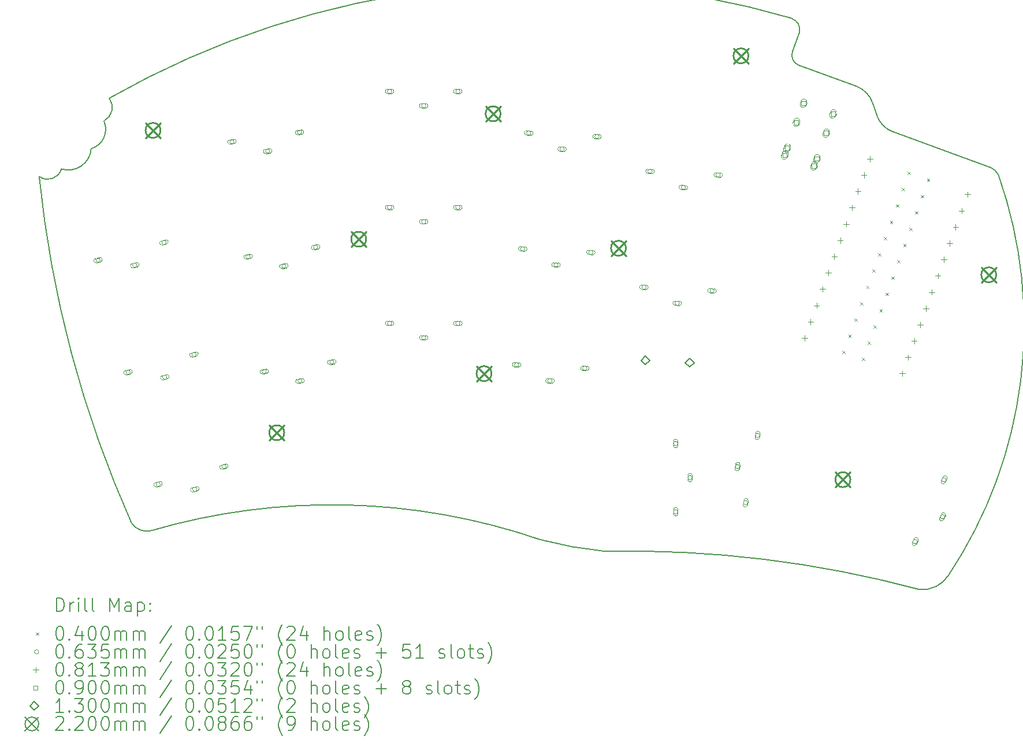
<source format=gbr>
%TF.GenerationSoftware,KiCad,Pcbnew,7.0.10*%
%TF.CreationDate,2024-03-18T13:53:39+01:00*%
%TF.ProjectId,chew_v1,63686577-5f76-4312-9e6b-696361645f70,rev?*%
%TF.SameCoordinates,Original*%
%TF.FileFunction,Drillmap*%
%TF.FilePolarity,Positive*%
%FSLAX45Y45*%
G04 Gerber Fmt 4.5, Leading zero omitted, Abs format (unit mm)*
G04 Created by KiCad (PCBNEW 7.0.10) date 2024-03-18 13:53:39*
%MOMM*%
%LPD*%
G01*
G04 APERTURE LIST*
%ADD10C,0.150000*%
%ADD11C,0.200000*%
%ADD12C,0.100000*%
%ADD13C,0.130000*%
%ADD14C,0.220000*%
G04 APERTURE END LIST*
D10*
X15504899Y-5923027D02*
G75*
G03*
X15397723Y-5726483I-154899J43027D01*
G01*
X5312275Y-7224654D02*
G75*
G03*
X5391575Y-6890467I-101551J200599D01*
G01*
X15504899Y-5923027D02*
X15404419Y-6209034D01*
X16581185Y-6963555D02*
X16638827Y-7136482D01*
X15404423Y-6209036D02*
G75*
G03*
X15500000Y-6410000I152307J-50774D01*
G01*
X4689725Y-7928054D02*
G75*
G03*
X5126176Y-7630017I100551J321343D01*
G01*
X17692528Y-13880975D02*
G75*
G03*
X18424349Y-8016206I-5506868J3665205D01*
G01*
X11706613Y-13359052D02*
G75*
G03*
X6004060Y-13228168I-3057297J-8910715D01*
G01*
X17263988Y-14090045D02*
G75*
G03*
X17692528Y-13880974I46902J447595D01*
G01*
X16881840Y-7385994D02*
X18307144Y-7903273D01*
X15500000Y-6410000D02*
X16338113Y-6714021D01*
X4364238Y-8036680D02*
G75*
G03*
X5717199Y-13115305I16449203J1662587D01*
G01*
X17263988Y-14090045D02*
G75*
G03*
X12656596Y-13530443I-4263988J-15859955D01*
G01*
X5717199Y-13115305D02*
G75*
G03*
X6004060Y-13228167I222801J145305D01*
G01*
X11706613Y-13359052D02*
G75*
G03*
X12656596Y-13530443I1493387J5559062D01*
G01*
X15399377Y-5720824D02*
G75*
G03*
X5391575Y-6890467I-3623836J-12393055D01*
G01*
X4364238Y-8036680D02*
G75*
G03*
X4689725Y-7928055I126015J164366D01*
G01*
X5126176Y-7630017D02*
G75*
G03*
X5313209Y-7226499I-83294J283712D01*
G01*
X16638826Y-7136482D02*
G75*
G03*
X16881840Y-7385994I379474J126493D01*
G01*
X16581186Y-6963555D02*
G75*
G03*
X16338113Y-6714021I-379476J-126495D01*
G01*
X18424349Y-8016206D02*
G75*
G03*
X18307144Y-7903273I-204349J-94794D01*
G01*
D11*
D12*
X16138102Y-10594155D02*
X16178102Y-10634155D01*
X16178102Y-10594155D02*
X16138102Y-10634155D01*
X16224975Y-10355473D02*
X16264975Y-10395473D01*
X16264975Y-10355473D02*
X16224975Y-10395473D01*
X16311848Y-10116791D02*
X16351848Y-10156791D01*
X16351848Y-10116791D02*
X16311848Y-10156791D01*
X16398721Y-9878109D02*
X16438721Y-9918109D01*
X16438721Y-9878109D02*
X16398721Y-9918109D01*
X16420009Y-10696761D02*
X16460009Y-10736761D01*
X16460009Y-10696761D02*
X16420009Y-10736761D01*
X16485594Y-9639427D02*
X16525594Y-9679427D01*
X16525594Y-9639427D02*
X16485594Y-9679427D01*
X16506882Y-10458079D02*
X16546882Y-10498079D01*
X16546882Y-10458079D02*
X16506882Y-10498079D01*
X16572467Y-9400745D02*
X16612467Y-9440745D01*
X16612467Y-9400745D02*
X16572467Y-9440745D01*
X16593756Y-10219397D02*
X16633756Y-10259397D01*
X16633756Y-10219397D02*
X16593756Y-10259397D01*
X16659340Y-9162063D02*
X16699340Y-9202063D01*
X16699340Y-9162063D02*
X16659340Y-9202063D01*
X16680629Y-9980715D02*
X16720629Y-10020715D01*
X16720629Y-9980715D02*
X16680629Y-10020715D01*
X16746213Y-8923381D02*
X16786213Y-8963381D01*
X16786213Y-8923381D02*
X16746213Y-8963381D01*
X16767502Y-9742033D02*
X16807502Y-9782033D01*
X16807502Y-9742033D02*
X16767502Y-9782033D01*
X16833087Y-8684699D02*
X16873087Y-8724699D01*
X16873087Y-8684699D02*
X16833087Y-8724699D01*
X16854375Y-9503351D02*
X16894375Y-9543351D01*
X16894375Y-9503351D02*
X16854375Y-9543351D01*
X16919960Y-8446018D02*
X16959960Y-8486018D01*
X16959960Y-8446018D02*
X16919960Y-8486018D01*
X16941248Y-9264669D02*
X16981248Y-9304669D01*
X16981248Y-9264669D02*
X16941248Y-9304669D01*
X17006833Y-8207336D02*
X17046833Y-8247336D01*
X17046833Y-8207336D02*
X17006833Y-8247336D01*
X17028121Y-9025987D02*
X17068121Y-9065987D01*
X17068121Y-9025987D02*
X17028121Y-9065987D01*
X17093706Y-7968654D02*
X17133706Y-8008654D01*
X17133706Y-7968654D02*
X17093706Y-8008654D01*
X17114994Y-8787306D02*
X17154994Y-8827306D01*
X17154994Y-8787306D02*
X17114994Y-8827306D01*
X17201867Y-8548624D02*
X17241867Y-8588624D01*
X17241867Y-8548624D02*
X17201867Y-8588624D01*
X17288741Y-8309942D02*
X17328741Y-8349942D01*
X17328741Y-8309942D02*
X17288741Y-8349942D01*
X17375614Y-8071260D02*
X17415614Y-8111260D01*
X17415614Y-8071260D02*
X17375614Y-8111260D01*
X5258443Y-9263491D02*
G75*
G03*
X5194943Y-9263491I-31750J0D01*
G01*
X5194943Y-9263491D02*
G75*
G03*
X5258443Y-9263491I31750J0D01*
G01*
X5249143Y-9224606D02*
X5187807Y-9241041D01*
X5187807Y-9241041D02*
G75*
G03*
X5204242Y-9302377I8218J-30668D01*
G01*
X5204242Y-9302377D02*
X5265578Y-9285942D01*
X5265578Y-9285942D02*
G75*
G03*
X5249143Y-9224606I-8218J30668D01*
G01*
X5698435Y-10905565D02*
G75*
G03*
X5634935Y-10905565I-31750J0D01*
G01*
X5634935Y-10905565D02*
G75*
G03*
X5698435Y-10905565I31750J0D01*
G01*
X5689136Y-10866680D02*
X5627799Y-10883115D01*
X5627799Y-10883115D02*
G75*
G03*
X5644234Y-10944451I8218J-30668D01*
G01*
X5644234Y-10944451D02*
X5705571Y-10928016D01*
X5705571Y-10928016D02*
G75*
G03*
X5689136Y-10866680I-8218J30668D01*
G01*
X5795758Y-9336926D02*
G75*
G03*
X5732258Y-9336926I-31750J0D01*
G01*
X5732258Y-9336926D02*
G75*
G03*
X5795758Y-9336926I31750J0D01*
G01*
X5786458Y-9298041D02*
X5725122Y-9314476D01*
X5725122Y-9314476D02*
G75*
G03*
X5741557Y-9375812I8218J-30668D01*
G01*
X5741557Y-9375812D02*
X5802893Y-9359377D01*
X5802893Y-9359377D02*
G75*
G03*
X5786458Y-9298041I-8218J30668D01*
G01*
X6138427Y-12547639D02*
G75*
G03*
X6074927Y-12547639I-31750J0D01*
G01*
X6074927Y-12547639D02*
G75*
G03*
X6138427Y-12547639I31750J0D01*
G01*
X6129128Y-12508753D02*
X6067792Y-12525188D01*
X6067792Y-12525188D02*
G75*
G03*
X6084227Y-12586525I8218J-30668D01*
G01*
X6084227Y-12586525D02*
X6145563Y-12570090D01*
X6145563Y-12570090D02*
G75*
G03*
X6129128Y-12508753I-8218J30668D01*
G01*
X6224369Y-9004672D02*
G75*
G03*
X6160869Y-9004672I-31750J0D01*
G01*
X6160869Y-9004672D02*
G75*
G03*
X6224369Y-9004672I31750J0D01*
G01*
X6215069Y-8965787D02*
X6153733Y-8982222D01*
X6153733Y-8982222D02*
G75*
G03*
X6170168Y-9043558I8218J-30668D01*
G01*
X6170168Y-9043558D02*
X6231504Y-9027123D01*
X6231504Y-9027123D02*
G75*
G03*
X6215069Y-8965787I-8218J30668D01*
G01*
X6235750Y-10979000D02*
G75*
G03*
X6172250Y-10979000I-31750J0D01*
G01*
X6172250Y-10979000D02*
G75*
G03*
X6235750Y-10979000I31750J0D01*
G01*
X6226451Y-10940114D02*
X6165114Y-10956549D01*
X6165114Y-10956549D02*
G75*
G03*
X6181549Y-11017886I8218J-30668D01*
G01*
X6181549Y-11017886D02*
X6242886Y-11001451D01*
X6242886Y-11001451D02*
G75*
G03*
X6226451Y-10940114I-8218J30668D01*
G01*
X6664361Y-10646746D02*
G75*
G03*
X6600861Y-10646746I-31750J0D01*
G01*
X6600861Y-10646746D02*
G75*
G03*
X6664361Y-10646746I31750J0D01*
G01*
X6655062Y-10607861D02*
X6593725Y-10624296D01*
X6593725Y-10624296D02*
G75*
G03*
X6610160Y-10685632I8218J-30668D01*
G01*
X6610160Y-10685632D02*
X6671497Y-10669197D01*
X6671497Y-10669197D02*
G75*
G03*
X6655062Y-10607861I-8218J30668D01*
G01*
X6675742Y-12621074D02*
G75*
G03*
X6612242Y-12621074I-31750J0D01*
G01*
X6612242Y-12621074D02*
G75*
G03*
X6675742Y-12621074I31750J0D01*
G01*
X6666443Y-12582188D02*
X6605107Y-12598623D01*
X6605107Y-12598623D02*
G75*
G03*
X6621542Y-12659959I8218J-30668D01*
G01*
X6621542Y-12659959D02*
X6682878Y-12643524D01*
X6682878Y-12643524D02*
G75*
G03*
X6666443Y-12582188I-8218J30668D01*
G01*
X7104353Y-12288820D02*
G75*
G03*
X7040853Y-12288820I-31750J0D01*
G01*
X7040853Y-12288820D02*
G75*
G03*
X7104353Y-12288820I31750J0D01*
G01*
X7095054Y-12249934D02*
X7033718Y-12266369D01*
X7033718Y-12266369D02*
G75*
G03*
X7050153Y-12327706I8218J-30668D01*
G01*
X7050153Y-12327706D02*
X7111489Y-12311271D01*
X7111489Y-12311271D02*
G75*
G03*
X7095054Y-12249934I-8218J30668D01*
G01*
X7220795Y-7528174D02*
G75*
G03*
X7157295Y-7528174I-31750J0D01*
G01*
X7157295Y-7528174D02*
G75*
G03*
X7220795Y-7528174I31750J0D01*
G01*
X7216068Y-7492315D02*
X7153185Y-7501152D01*
X7153186Y-7501152D02*
G75*
G03*
X7162023Y-7564034I4419J-31441D01*
G01*
X7162023Y-7564034D02*
X7224905Y-7555197D01*
X7224905Y-7555197D02*
G75*
G03*
X7216068Y-7492315I-4419J31441D01*
G01*
X7457390Y-9211630D02*
G75*
G03*
X7393890Y-9211630I-31750J0D01*
G01*
X7393890Y-9211630D02*
G75*
G03*
X7457390Y-9211630I31750J0D01*
G01*
X7452662Y-9175770D02*
X7389780Y-9184608D01*
X7389780Y-9184608D02*
G75*
G03*
X7398617Y-9247490I4419J-31441D01*
G01*
X7398617Y-9247490D02*
X7461499Y-9238653D01*
X7461499Y-9238653D02*
G75*
G03*
X7452662Y-9175771I-4419J31441D01*
G01*
X7693984Y-10895086D02*
G75*
G03*
X7630484Y-10895086I-31750J0D01*
G01*
X7630484Y-10895086D02*
G75*
G03*
X7693984Y-10895086I31750J0D01*
G01*
X7689256Y-10859226D02*
X7626374Y-10868064D01*
X7626374Y-10868064D02*
G75*
G03*
X7635212Y-10930946I4419J-31441D01*
G01*
X7635212Y-10930946D02*
X7698094Y-10922108D01*
X7698094Y-10922108D02*
G75*
G03*
X7689256Y-10859226I-4419J31441D01*
G01*
X7745156Y-7666544D02*
G75*
G03*
X7681656Y-7666544I-31750J0D01*
G01*
X7681656Y-7666544D02*
G75*
G03*
X7745156Y-7666544I31750J0D01*
G01*
X7740428Y-7630684D02*
X7677546Y-7639522D01*
X7677546Y-7639522D02*
G75*
G03*
X7686383Y-7702404I4419J-31441D01*
G01*
X7686383Y-7702404D02*
X7749265Y-7693567D01*
X7749265Y-7693567D02*
G75*
G03*
X7740428Y-7630685I-4419J31441D01*
G01*
X7981750Y-9350000D02*
G75*
G03*
X7918250Y-9350000I-31750J0D01*
G01*
X7918250Y-9350000D02*
G75*
G03*
X7981750Y-9350000I31750J0D01*
G01*
X7977022Y-9314140D02*
X7914140Y-9322978D01*
X7914140Y-9322978D02*
G75*
G03*
X7922978Y-9385860I4419J-31441D01*
G01*
X7922978Y-9385860D02*
X7985860Y-9377022D01*
X7985860Y-9377022D02*
G75*
G03*
X7977022Y-9314140I-4419J31441D01*
G01*
X8211063Y-7389001D02*
G75*
G03*
X8147563Y-7389001I-31750J0D01*
G01*
X8147563Y-7389001D02*
G75*
G03*
X8211063Y-7389001I31750J0D01*
G01*
X8206336Y-7353142D02*
X8143454Y-7361979D01*
X8143454Y-7361979D02*
G75*
G03*
X8152291Y-7424861I4419J-31441D01*
G01*
X8152291Y-7424861D02*
X8215173Y-7416024D01*
X8215173Y-7416024D02*
G75*
G03*
X8206336Y-7353142I-4419J31441D01*
G01*
X8218344Y-11033456D02*
G75*
G03*
X8154844Y-11033456I-31750J0D01*
G01*
X8154844Y-11033456D02*
G75*
G03*
X8218344Y-11033456I31750J0D01*
G01*
X8213617Y-10997596D02*
X8150734Y-11006433D01*
X8150735Y-11006433D02*
G75*
G03*
X8159572Y-11069315I4419J-31441D01*
G01*
X8159572Y-11069316D02*
X8222454Y-11060478D01*
X8222454Y-11060478D02*
G75*
G03*
X8213617Y-10997596I-4419J31441D01*
G01*
X8447658Y-9072457D02*
G75*
G03*
X8384158Y-9072457I-31750J0D01*
G01*
X8384158Y-9072457D02*
G75*
G03*
X8447658Y-9072457I31750J0D01*
G01*
X8442930Y-9036597D02*
X8380048Y-9045435D01*
X8380048Y-9045435D02*
G75*
G03*
X8388885Y-9108317I4419J-31441D01*
G01*
X8388885Y-9108317D02*
X8451768Y-9099479D01*
X8451767Y-9099479D02*
G75*
G03*
X8442930Y-9036597I-4419J31441D01*
G01*
X8684252Y-10755913D02*
G75*
G03*
X8620752Y-10755913I-31750J0D01*
G01*
X8620752Y-10755913D02*
G75*
G03*
X8684252Y-10755913I31750J0D01*
G01*
X8679524Y-10720053D02*
X8616642Y-10728891D01*
X8616642Y-10728891D02*
G75*
G03*
X8625480Y-10791773I4419J-31441D01*
G01*
X8625480Y-10791773D02*
X8688362Y-10782935D01*
X8688362Y-10782935D02*
G75*
G03*
X8679524Y-10720053I-4419J31441D01*
G01*
X9531750Y-6790000D02*
G75*
G03*
X9468250Y-6790000I-31750J0D01*
G01*
X9468250Y-6790000D02*
G75*
G03*
X9531750Y-6790000I31750J0D01*
G01*
X9531750Y-6758250D02*
X9468250Y-6758250D01*
X9468250Y-6758250D02*
G75*
G03*
X9468250Y-6821750I0J-31750D01*
G01*
X9468250Y-6821750D02*
X9531750Y-6821750D01*
X9531750Y-6821750D02*
G75*
G03*
X9531750Y-6758250I0J31750D01*
G01*
X9531750Y-8490000D02*
G75*
G03*
X9468250Y-8490000I-31750J0D01*
G01*
X9468250Y-8490000D02*
G75*
G03*
X9531750Y-8490000I31750J0D01*
G01*
X9531750Y-8458250D02*
X9468250Y-8458250D01*
X9468250Y-8458250D02*
G75*
G03*
X9468250Y-8521750I0J-31750D01*
G01*
X9468250Y-8521750D02*
X9531750Y-8521750D01*
X9531750Y-8521750D02*
G75*
G03*
X9531750Y-8458250I0J31750D01*
G01*
X9531750Y-10190000D02*
G75*
G03*
X9468250Y-10190000I-31750J0D01*
G01*
X9468250Y-10190000D02*
G75*
G03*
X9531750Y-10190000I31750J0D01*
G01*
X9531750Y-10158250D02*
X9468250Y-10158250D01*
X9468250Y-10158250D02*
G75*
G03*
X9468250Y-10221750I0J-31750D01*
G01*
X9468250Y-10221750D02*
X9531750Y-10221750D01*
X9531750Y-10221750D02*
G75*
G03*
X9531750Y-10158250I0J31750D01*
G01*
X10031750Y-7000000D02*
G75*
G03*
X9968250Y-7000000I-31750J0D01*
G01*
X9968250Y-7000000D02*
G75*
G03*
X10031750Y-7000000I31750J0D01*
G01*
X10031750Y-6968250D02*
X9968250Y-6968250D01*
X9968250Y-6968250D02*
G75*
G03*
X9968250Y-7031750I0J-31750D01*
G01*
X9968250Y-7031750D02*
X10031750Y-7031750D01*
X10031750Y-7031750D02*
G75*
G03*
X10031750Y-6968250I0J31750D01*
G01*
X10031750Y-8700000D02*
G75*
G03*
X9968250Y-8700000I-31750J0D01*
G01*
X9968250Y-8700000D02*
G75*
G03*
X10031750Y-8700000I31750J0D01*
G01*
X10031750Y-8668250D02*
X9968250Y-8668250D01*
X9968250Y-8668250D02*
G75*
G03*
X9968250Y-8731750I0J-31750D01*
G01*
X9968250Y-8731750D02*
X10031750Y-8731750D01*
X10031750Y-8731750D02*
G75*
G03*
X10031750Y-8668250I0J31750D01*
G01*
X10031750Y-10400000D02*
G75*
G03*
X9968250Y-10400000I-31750J0D01*
G01*
X9968250Y-10400000D02*
G75*
G03*
X10031750Y-10400000I31750J0D01*
G01*
X10031750Y-10368250D02*
X9968250Y-10368250D01*
X9968250Y-10368250D02*
G75*
G03*
X9968250Y-10431750I0J-31750D01*
G01*
X9968250Y-10431750D02*
X10031750Y-10431750D01*
X10031750Y-10431750D02*
G75*
G03*
X10031750Y-10368250I0J31750D01*
G01*
X10531750Y-6790000D02*
G75*
G03*
X10468250Y-6790000I-31750J0D01*
G01*
X10468250Y-6790000D02*
G75*
G03*
X10531750Y-6790000I31750J0D01*
G01*
X10531750Y-6758250D02*
X10468250Y-6758250D01*
X10468250Y-6758250D02*
G75*
G03*
X10468250Y-6821750I0J-31750D01*
G01*
X10468250Y-6821750D02*
X10531750Y-6821750D01*
X10531750Y-6821750D02*
G75*
G03*
X10531750Y-6758250I0J31750D01*
G01*
X10531750Y-8490000D02*
G75*
G03*
X10468250Y-8490000I-31750J0D01*
G01*
X10468250Y-8490000D02*
G75*
G03*
X10531750Y-8490000I31750J0D01*
G01*
X10531750Y-8458250D02*
X10468250Y-8458250D01*
X10468250Y-8458250D02*
G75*
G03*
X10468250Y-8521750I0J-31750D01*
G01*
X10468250Y-8521750D02*
X10531750Y-8521750D01*
X10531750Y-8521750D02*
G75*
G03*
X10531750Y-8458250I0J31750D01*
G01*
X10531750Y-10190000D02*
G75*
G03*
X10468250Y-10190000I-31750J0D01*
G01*
X10468250Y-10190000D02*
G75*
G03*
X10531750Y-10190000I31750J0D01*
G01*
X10531750Y-10158250D02*
X10468250Y-10158250D01*
X10468250Y-10158250D02*
G75*
G03*
X10468250Y-10221750I0J-31750D01*
G01*
X10468250Y-10221750D02*
X10531750Y-10221750D01*
X10531750Y-10221750D02*
G75*
G03*
X10531750Y-10158250I0J31750D01*
G01*
X11394149Y-10795334D02*
G75*
G03*
X11330649Y-10795334I-31750J0D01*
G01*
X11330649Y-10795334D02*
G75*
G03*
X11394149Y-10795334I31750J0D01*
G01*
X11395768Y-10765289D02*
X11332355Y-10761966D01*
X11332355Y-10761966D02*
G75*
G03*
X11329031Y-10825379I-1662J-31707D01*
G01*
X11329031Y-10825379D02*
X11392444Y-10828702D01*
X11392444Y-10828702D02*
G75*
G03*
X11395768Y-10765289I1662J31707D01*
G01*
X11483120Y-9097664D02*
G75*
G03*
X11419620Y-9097664I-31750J0D01*
G01*
X11419620Y-9097664D02*
G75*
G03*
X11483120Y-9097664I31750J0D01*
G01*
X11484739Y-9067619D02*
X11421326Y-9064296D01*
X11421326Y-9064296D02*
G75*
G03*
X11418002Y-9127709I-1662J-31707D01*
G01*
X11418002Y-9127709D02*
X11481415Y-9131032D01*
X11481415Y-9131032D02*
G75*
G03*
X11484739Y-9067619I1662J31707D01*
G01*
X11572092Y-7399994D02*
G75*
G03*
X11508592Y-7399994I-31750J0D01*
G01*
X11508592Y-7399994D02*
G75*
G03*
X11572092Y-7399994I31750J0D01*
G01*
X11573710Y-7369949D02*
X11510297Y-7366626D01*
X11510297Y-7366626D02*
G75*
G03*
X11506973Y-7430039I-1662J-31707D01*
G01*
X11506973Y-7430039D02*
X11570386Y-7433362D01*
X11570386Y-7433362D02*
G75*
G03*
X11573710Y-7369949I1662J31707D01*
G01*
X11882474Y-11031214D02*
G75*
G03*
X11818974Y-11031214I-31750J0D01*
G01*
X11818974Y-11031214D02*
G75*
G03*
X11882474Y-11031214I31750J0D01*
G01*
X11884092Y-11001170D02*
X11820679Y-10997846D01*
X11820679Y-10997846D02*
G75*
G03*
X11817355Y-11061259I-1662J-31707D01*
G01*
X11817355Y-11061259D02*
X11880768Y-11064583D01*
X11880768Y-11064583D02*
G75*
G03*
X11884092Y-11001170I1662J31707D01*
G01*
X11971445Y-9333544D02*
G75*
G03*
X11907945Y-9333544I-31750J0D01*
G01*
X11907945Y-9333544D02*
G75*
G03*
X11971445Y-9333544I31750J0D01*
G01*
X11973063Y-9303499D02*
X11909650Y-9300176D01*
X11909650Y-9300176D02*
G75*
G03*
X11906326Y-9363589I-1662J-31707D01*
G01*
X11906326Y-9363589D02*
X11969739Y-9366912D01*
X11969739Y-9366912D02*
G75*
G03*
X11973063Y-9303499I1662J31707D01*
G01*
X12060416Y-7635874D02*
G75*
G03*
X11996916Y-7635874I-31750J0D01*
G01*
X11996916Y-7635874D02*
G75*
G03*
X12060416Y-7635874I31750J0D01*
G01*
X12062034Y-7605829D02*
X11998621Y-7602506D01*
X11998621Y-7602506D02*
G75*
G03*
X11995298Y-7665919I-1662J-31707D01*
G01*
X11995298Y-7665919D02*
X12058711Y-7669242D01*
X12058711Y-7669242D02*
G75*
G03*
X12062034Y-7605829I1662J31707D01*
G01*
X12392779Y-10847670D02*
G75*
G03*
X12329279Y-10847670I-31750J0D01*
G01*
X12329279Y-10847670D02*
G75*
G03*
X12392779Y-10847670I31750J0D01*
G01*
X12394397Y-10817625D02*
X12330984Y-10814302D01*
X12330984Y-10814302D02*
G75*
G03*
X12327661Y-10877715I-1662J-31707D01*
G01*
X12327661Y-10877715D02*
X12391074Y-10881038D01*
X12391074Y-10881038D02*
G75*
G03*
X12394397Y-10817625I1662J31707D01*
G01*
X12481750Y-9150000D02*
G75*
G03*
X12418250Y-9150000I-31750J0D01*
G01*
X12418250Y-9150000D02*
G75*
G03*
X12481750Y-9150000I31750J0D01*
G01*
X12483368Y-9119955D02*
X12419955Y-9116632D01*
X12419955Y-9116632D02*
G75*
G03*
X12416632Y-9180045I-1662J-31707D01*
G01*
X12416632Y-9180045D02*
X12480045Y-9183368D01*
X12480045Y-9183368D02*
G75*
G03*
X12483368Y-9119955I1662J31707D01*
G01*
X12570721Y-7452330D02*
G75*
G03*
X12507221Y-7452330I-31750J0D01*
G01*
X12507221Y-7452330D02*
G75*
G03*
X12570721Y-7452330I31750J0D01*
G01*
X12572339Y-7422285D02*
X12508926Y-7418962D01*
X12508926Y-7418962D02*
G75*
G03*
X12505603Y-7482375I-1662J-31707D01*
G01*
X12505603Y-7482375D02*
X12569016Y-7485698D01*
X12569016Y-7485698D02*
G75*
G03*
X12572339Y-7422285I1662J31707D01*
G01*
X13259765Y-9660011D02*
G75*
G03*
X13196265Y-9660011I-31750J0D01*
G01*
X13196265Y-9660011D02*
G75*
G03*
X13259765Y-9660011I31750J0D01*
G01*
X13261384Y-9629966D02*
X13197971Y-9626642D01*
X13197971Y-9626642D02*
G75*
G03*
X13194647Y-9690055I-1662J-31707D01*
G01*
X13194647Y-9690055D02*
X13258060Y-9693379D01*
X13258060Y-9693379D02*
G75*
G03*
X13261384Y-9629966I1662J31707D01*
G01*
X13348736Y-7962340D02*
G75*
G03*
X13285236Y-7962340I-31750J0D01*
G01*
X13285236Y-7962340D02*
G75*
G03*
X13348736Y-7962340I31750J0D01*
G01*
X13350355Y-7932296D02*
X13286942Y-7928972D01*
X13286942Y-7928972D02*
G75*
G03*
X13283618Y-7992385I-1662J-31707D01*
G01*
X13283618Y-7992385D02*
X13347031Y-7995709D01*
X13347031Y-7995709D02*
G75*
G03*
X13350355Y-7932296I1662J31707D01*
G01*
X13724381Y-11951091D02*
G75*
G03*
X13660881Y-11951091I-31750J0D01*
G01*
X13660881Y-11951091D02*
G75*
G03*
X13724381Y-11951091I31750J0D01*
G01*
X13660881Y-11919341D02*
X13660881Y-11982841D01*
X13660881Y-11982841D02*
G75*
G03*
X13724381Y-11982841I31750J0D01*
G01*
X13724381Y-11982841D02*
X13724381Y-11919341D01*
X13724381Y-11919341D02*
G75*
G03*
X13660881Y-11919341I-31750J0D01*
G01*
X13724381Y-12951091D02*
G75*
G03*
X13660881Y-12951091I-31750J0D01*
G01*
X13660881Y-12951091D02*
G75*
G03*
X13724381Y-12951091I31750J0D01*
G01*
X13660881Y-12919341D02*
X13660881Y-12982841D01*
X13660881Y-12982841D02*
G75*
G03*
X13724381Y-12982841I31750J0D01*
G01*
X13724381Y-12982841D02*
X13724381Y-12919341D01*
X13724381Y-12919341D02*
G75*
G03*
X13660881Y-12919341I-31750J0D01*
G01*
X13748090Y-9895891D02*
G75*
G03*
X13684590Y-9895891I-31750J0D01*
G01*
X13684590Y-9895891D02*
G75*
G03*
X13748090Y-9895891I31750J0D01*
G01*
X13749708Y-9865846D02*
X13686295Y-9862523D01*
X13686295Y-9862523D02*
G75*
G03*
X13682971Y-9925936I-1662J-31707D01*
G01*
X13682971Y-9925936D02*
X13746384Y-9929259D01*
X13746384Y-9929259D02*
G75*
G03*
X13749708Y-9865846I1662J31707D01*
G01*
X13837061Y-8198221D02*
G75*
G03*
X13773561Y-8198221I-31750J0D01*
G01*
X13773561Y-8198221D02*
G75*
G03*
X13837061Y-8198221I31750J0D01*
G01*
X13838679Y-8168176D02*
X13775266Y-8164852D01*
X13775266Y-8164852D02*
G75*
G03*
X13771942Y-8228265I-1662J-31707D01*
G01*
X13771942Y-8228265D02*
X13835355Y-8231589D01*
X13835355Y-8231589D02*
G75*
G03*
X13838679Y-8168176I1662J31707D01*
G01*
X13934381Y-12451091D02*
G75*
G03*
X13870881Y-12451091I-31750J0D01*
G01*
X13870881Y-12451091D02*
G75*
G03*
X13934381Y-12451091I31750J0D01*
G01*
X13870881Y-12419341D02*
X13870881Y-12482841D01*
X13870881Y-12482841D02*
G75*
G03*
X13934381Y-12482841I31750J0D01*
G01*
X13934381Y-12482841D02*
X13934381Y-12419341D01*
X13934381Y-12419341D02*
G75*
G03*
X13870881Y-12419341I-31750J0D01*
G01*
X14258395Y-9712347D02*
G75*
G03*
X14194895Y-9712347I-31750J0D01*
G01*
X14194895Y-9712347D02*
G75*
G03*
X14258395Y-9712347I31750J0D01*
G01*
X14260013Y-9682302D02*
X14196600Y-9678978D01*
X14196600Y-9678978D02*
G75*
G03*
X14193277Y-9742391I-1662J-31707D01*
G01*
X14193277Y-9742391D02*
X14256690Y-9745715D01*
X14256690Y-9745715D02*
G75*
G03*
X14260013Y-9682302I1662J31707D01*
G01*
X14347366Y-8014676D02*
G75*
G03*
X14283866Y-8014676I-31750J0D01*
G01*
X14283866Y-8014676D02*
G75*
G03*
X14347366Y-8014676I31750J0D01*
G01*
X14348984Y-7984632D02*
X14285571Y-7981308D01*
X14285571Y-7981308D02*
G75*
G03*
X14282248Y-8044721I-1662J-31707D01*
G01*
X14282248Y-8044721D02*
X14345661Y-8048045D01*
X14345661Y-8048045D02*
G75*
G03*
X14348984Y-7984632I1662J31707D01*
G01*
X14630435Y-12288537D02*
G75*
G03*
X14566935Y-12288537I-31750J0D01*
G01*
X14566935Y-12288537D02*
G75*
G03*
X14630435Y-12288537I31750J0D01*
G01*
X14624439Y-12325318D02*
X14635466Y-12262782D01*
X14635466Y-12262782D02*
G75*
G03*
X14572931Y-12251756I-31268J5513D01*
G01*
X14572931Y-12251756D02*
X14561904Y-12314291D01*
X14561904Y-12314291D02*
G75*
G03*
X14624439Y-12325317I31268J-5513D01*
G01*
X14750421Y-12817407D02*
G75*
G03*
X14686921Y-12817407I-31750J0D01*
G01*
X14686921Y-12817407D02*
G75*
G03*
X14750421Y-12817407I31750J0D01*
G01*
X14744425Y-12854188D02*
X14755452Y-12791652D01*
X14755451Y-12791652D02*
G75*
G03*
X14692916Y-12780626I-31268J5513D01*
G01*
X14692916Y-12780626D02*
X14681890Y-12843161D01*
X14681890Y-12843161D02*
G75*
G03*
X14744425Y-12854187I31268J-5513D01*
G01*
X14924069Y-11832599D02*
G75*
G03*
X14860569Y-11832599I-31750J0D01*
G01*
X14860569Y-11832599D02*
G75*
G03*
X14924069Y-11832599I31750J0D01*
G01*
X14918073Y-11869380D02*
X14929100Y-11806844D01*
X14929100Y-11806844D02*
G75*
G03*
X14866564Y-11795818I-31268J5513D01*
G01*
X14866564Y-11795818D02*
X14855538Y-11858353D01*
X14855538Y-11858353D02*
G75*
G03*
X14918073Y-11869380I31268J-5513D01*
G01*
X17234559Y-13388094D02*
G75*
G03*
X17171059Y-13388094I-31750J0D01*
G01*
X17171059Y-13388094D02*
G75*
G03*
X17234559Y-13388094I31750J0D01*
G01*
X17187452Y-13345900D02*
X17160616Y-13403451D01*
X17160616Y-13403451D02*
G75*
G03*
X17218167Y-13430287I28775J-13418D01*
G01*
X17218167Y-13430287D02*
X17245003Y-13372736D01*
X17245003Y-13372736D02*
G75*
G03*
X17187452Y-13345900I-28775J13418D01*
G01*
X17636193Y-13023690D02*
G75*
G03*
X17572693Y-13023690I-31750J0D01*
G01*
X17572693Y-13023690D02*
G75*
G03*
X17636193Y-13023690I31750J0D01*
G01*
X17589086Y-12981496D02*
X17562250Y-13039047D01*
X17562250Y-13039047D02*
G75*
G03*
X17619800Y-13065883I28775J-13418D01*
G01*
X17619800Y-13065883D02*
X17646637Y-13008332D01*
X17646637Y-13008332D02*
G75*
G03*
X17589086Y-12981496I-28775J13418D01*
G01*
X17657178Y-12481786D02*
G75*
G03*
X17593678Y-12481786I-31750J0D01*
G01*
X17593678Y-12481786D02*
G75*
G03*
X17657178Y-12481786I31750J0D01*
G01*
X17610071Y-12439592D02*
X17583234Y-12497143D01*
X17583234Y-12497143D02*
G75*
G03*
X17640785Y-12523979I28775J-13418D01*
G01*
X17640785Y-12523979D02*
X17667621Y-12466429D01*
X17667621Y-12466429D02*
G75*
G03*
X17610071Y-12439592I-28775J13418D01*
G01*
X15584184Y-10364307D02*
X15584184Y-10445587D01*
X15543544Y-10404947D02*
X15624824Y-10404947D01*
X15671057Y-10125625D02*
X15671057Y-10206905D01*
X15630417Y-10166265D02*
X15711697Y-10166265D01*
X15757930Y-9886943D02*
X15757930Y-9968223D01*
X15717290Y-9927583D02*
X15798570Y-9927583D01*
X15844803Y-9648261D02*
X15844803Y-9729541D01*
X15804163Y-9688901D02*
X15885443Y-9688901D01*
X15931676Y-9409579D02*
X15931676Y-9490859D01*
X15891036Y-9450219D02*
X15972316Y-9450219D01*
X16018549Y-9170897D02*
X16018549Y-9252177D01*
X15977909Y-9211537D02*
X16059189Y-9211537D01*
X16105422Y-8932215D02*
X16105422Y-9013495D01*
X16064782Y-8972855D02*
X16146062Y-8972855D01*
X16192295Y-8693533D02*
X16192295Y-8774813D01*
X16151655Y-8734173D02*
X16232935Y-8734173D01*
X16279168Y-8454851D02*
X16279168Y-8536131D01*
X16238528Y-8495491D02*
X16319808Y-8495491D01*
X16366042Y-8216169D02*
X16366042Y-8297449D01*
X16325402Y-8256809D02*
X16406682Y-8256809D01*
X16452915Y-7977487D02*
X16452915Y-8058767D01*
X16412275Y-8018127D02*
X16493555Y-8018127D01*
X16539788Y-7738805D02*
X16539788Y-7820085D01*
X16499148Y-7779445D02*
X16580428Y-7779445D01*
X17014396Y-10884861D02*
X17014396Y-10966141D01*
X16973756Y-10925501D02*
X17055036Y-10925501D01*
X17101269Y-10646179D02*
X17101269Y-10727459D01*
X17060629Y-10686819D02*
X17141909Y-10686819D01*
X17188142Y-10407497D02*
X17188142Y-10488777D01*
X17147502Y-10448137D02*
X17228782Y-10448137D01*
X17275015Y-10168815D02*
X17275015Y-10250095D01*
X17234375Y-10209455D02*
X17315655Y-10209455D01*
X17361888Y-9930134D02*
X17361888Y-10011414D01*
X17321248Y-9970774D02*
X17402528Y-9970774D01*
X17448761Y-9691451D02*
X17448761Y-9772731D01*
X17408121Y-9732091D02*
X17489401Y-9732091D01*
X17535634Y-9452770D02*
X17535634Y-9534050D01*
X17494994Y-9493410D02*
X17576274Y-9493410D01*
X17622508Y-9214088D02*
X17622508Y-9295368D01*
X17581868Y-9254728D02*
X17663148Y-9254728D01*
X17709381Y-8975406D02*
X17709381Y-9056686D01*
X17668741Y-9016046D02*
X17750021Y-9016046D01*
X17796254Y-8736724D02*
X17796254Y-8818004D01*
X17755614Y-8777364D02*
X17836894Y-8777364D01*
X17883127Y-8498042D02*
X17883127Y-8579322D01*
X17842487Y-8538682D02*
X17923767Y-8538682D01*
X17970000Y-8259360D02*
X17970000Y-8340640D01*
X17929360Y-8300000D02*
X18010640Y-8300000D01*
X15323310Y-7755008D02*
X15323310Y-7691368D01*
X15259670Y-7691368D01*
X15259670Y-7755008D01*
X15323310Y-7755008D01*
X15256044Y-7689003D02*
X15242363Y-7726591D01*
X15242363Y-7726591D02*
G75*
G03*
X15326936Y-7757373I42286J-15391D01*
G01*
X15326936Y-7757373D02*
X15340616Y-7719785D01*
X15340616Y-7719785D02*
G75*
G03*
X15256044Y-7689003I-42286J15391D01*
G01*
X15357429Y-7652495D02*
X15357429Y-7588855D01*
X15293789Y-7588855D01*
X15293789Y-7652495D01*
X15357429Y-7652495D01*
X15361055Y-7654860D02*
X15374736Y-7617272D01*
X15374736Y-7617272D02*
G75*
G03*
X15290163Y-7586490I-42286J15391D01*
G01*
X15290163Y-7586490D02*
X15276482Y-7624078D01*
X15276482Y-7624078D02*
G75*
G03*
X15361055Y-7654860I42286J-15391D01*
G01*
X15494237Y-7276618D02*
X15494237Y-7212978D01*
X15430597Y-7212978D01*
X15430597Y-7276618D01*
X15494237Y-7276618D01*
X15497863Y-7278983D02*
X15511544Y-7241395D01*
X15511544Y-7241395D02*
G75*
G03*
X15426971Y-7210613I-42286J15391D01*
G01*
X15426971Y-7210613D02*
X15413290Y-7248201D01*
X15413290Y-7248201D02*
G75*
G03*
X15497863Y-7278983I42286J-15391D01*
G01*
X15596843Y-6994710D02*
X15596843Y-6931070D01*
X15533203Y-6931070D01*
X15533203Y-6994710D01*
X15596843Y-6994710D01*
X15600469Y-6997075D02*
X15614150Y-6959487D01*
X15614150Y-6959487D02*
G75*
G03*
X15529577Y-6928705I-42286J15391D01*
G01*
X15529577Y-6928705D02*
X15515896Y-6966293D01*
X15515896Y-6966293D02*
G75*
G03*
X15600469Y-6997075I42286J-15391D01*
G01*
X15752065Y-7913191D02*
X15752065Y-7849550D01*
X15688425Y-7849550D01*
X15688425Y-7913191D01*
X15752065Y-7913191D01*
X15755691Y-7915555D02*
X15769372Y-7877968D01*
X15769372Y-7877968D02*
G75*
G03*
X15684800Y-7847186I-42286J15391D01*
G01*
X15684800Y-7847186D02*
X15671119Y-7884773D01*
X15671119Y-7884774D02*
G75*
G03*
X15755691Y-7915555I42286J-15391D01*
G01*
X15793191Y-7808971D02*
X15793191Y-7745331D01*
X15729551Y-7745331D01*
X15729551Y-7808971D01*
X15793191Y-7808971D01*
X15725925Y-7742966D02*
X15712244Y-7780554D01*
X15712244Y-7780554D02*
G75*
G03*
X15796817Y-7811336I42286J-15391D01*
G01*
X15796817Y-7811336D02*
X15810497Y-7773748D01*
X15810497Y-7773748D02*
G75*
G03*
X15725925Y-7742966I-42286J15391D01*
G01*
X15929999Y-7433094D02*
X15929999Y-7369454D01*
X15866359Y-7369454D01*
X15866359Y-7433094D01*
X15929999Y-7433094D01*
X15862733Y-7367089D02*
X15849052Y-7404677D01*
X15849052Y-7404677D02*
G75*
G03*
X15933625Y-7435459I42286J-15391D01*
G01*
X15933625Y-7435459D02*
X15947305Y-7397871D01*
X15947305Y-7397871D02*
G75*
G03*
X15862733Y-7367089I-42286J15391D01*
G01*
X16032605Y-7151186D02*
X16032605Y-7087546D01*
X15968965Y-7087546D01*
X15968965Y-7151186D01*
X16032605Y-7151186D01*
X15965339Y-7085181D02*
X15951658Y-7122769D01*
X15951658Y-7122769D02*
G75*
G03*
X16036231Y-7153551I42286J-15391D01*
G01*
X16036231Y-7153551D02*
X16049911Y-7115963D01*
X16049911Y-7115963D02*
G75*
G03*
X15965339Y-7085181I-42286J15391D01*
G01*
D13*
X13250445Y-10797991D02*
X13315445Y-10732991D01*
X13250445Y-10667991D01*
X13185445Y-10732991D01*
X13250445Y-10797991D01*
X13899555Y-10832009D02*
X13964555Y-10767009D01*
X13899555Y-10702009D01*
X13834555Y-10767009D01*
X13899555Y-10832009D01*
D14*
X5922000Y-7252000D02*
X6142000Y-7472000D01*
X6142000Y-7252000D02*
X5922000Y-7472000D01*
X6142000Y-7362000D02*
G75*
G03*
X5922000Y-7362000I-110000J0D01*
G01*
X5922000Y-7362000D02*
G75*
G03*
X6142000Y-7362000I110000J0D01*
G01*
X7736000Y-11683000D02*
X7956000Y-11903000D01*
X7956000Y-11683000D02*
X7736000Y-11903000D01*
X7956000Y-11793000D02*
G75*
G03*
X7736000Y-11793000I-110000J0D01*
G01*
X7736000Y-11793000D02*
G75*
G03*
X7956000Y-11793000I110000J0D01*
G01*
X8936644Y-8846677D02*
X9156644Y-9066677D01*
X9156644Y-8846677D02*
X8936644Y-9066677D01*
X9156644Y-8956677D02*
G75*
G03*
X8936644Y-8956677I-110000J0D01*
G01*
X8936644Y-8956677D02*
G75*
G03*
X9156644Y-8956677I110000J0D01*
G01*
X10774000Y-10817000D02*
X10994000Y-11037000D01*
X10994000Y-10817000D02*
X10774000Y-11037000D01*
X10994000Y-10927000D02*
G75*
G03*
X10774000Y-10927000I-110000J0D01*
G01*
X10774000Y-10927000D02*
G75*
G03*
X10994000Y-10927000I110000J0D01*
G01*
X10906967Y-7009321D02*
X11126967Y-7229321D01*
X11126967Y-7009321D02*
X10906967Y-7229321D01*
X11126967Y-7119321D02*
G75*
G03*
X10906967Y-7119321I-110000J0D01*
G01*
X10906967Y-7119321D02*
G75*
G03*
X11126967Y-7119321I110000J0D01*
G01*
X12744323Y-8979644D02*
X12964323Y-9199644D01*
X12964323Y-8979644D02*
X12744323Y-9199644D01*
X12964323Y-9089644D02*
G75*
G03*
X12744323Y-9089644I-110000J0D01*
G01*
X12744323Y-9089644D02*
G75*
G03*
X12964323Y-9089644I110000J0D01*
G01*
X14540000Y-6160000D02*
X14760000Y-6380000D01*
X14760000Y-6160000D02*
X14540000Y-6380000D01*
X14760000Y-6270000D02*
G75*
G03*
X14540000Y-6270000I-110000J0D01*
G01*
X14540000Y-6270000D02*
G75*
G03*
X14760000Y-6270000I110000J0D01*
G01*
X16034000Y-12371000D02*
X16254000Y-12591000D01*
X16254000Y-12371000D02*
X16034000Y-12591000D01*
X16254000Y-12481000D02*
G75*
G03*
X16034000Y-12481000I-110000J0D01*
G01*
X16034000Y-12481000D02*
G75*
G03*
X16254000Y-12481000I110000J0D01*
G01*
X18172000Y-9369000D02*
X18392000Y-9589000D01*
X18392000Y-9369000D02*
X18172000Y-9589000D01*
X18392000Y-9479000D02*
G75*
G03*
X18172000Y-9479000I-110000J0D01*
G01*
X18172000Y-9479000D02*
G75*
G03*
X18392000Y-9479000I110000J0D01*
G01*
D11*
X4617515Y-14411480D02*
X4617515Y-14211480D01*
X4617515Y-14211480D02*
X4665134Y-14211480D01*
X4665134Y-14211480D02*
X4693705Y-14221004D01*
X4693705Y-14221004D02*
X4712753Y-14240051D01*
X4712753Y-14240051D02*
X4722277Y-14259099D01*
X4722277Y-14259099D02*
X4731800Y-14297194D01*
X4731800Y-14297194D02*
X4731800Y-14325765D01*
X4731800Y-14325765D02*
X4722277Y-14363861D01*
X4722277Y-14363861D02*
X4712753Y-14382908D01*
X4712753Y-14382908D02*
X4693705Y-14401956D01*
X4693705Y-14401956D02*
X4665134Y-14411480D01*
X4665134Y-14411480D02*
X4617515Y-14411480D01*
X4817515Y-14411480D02*
X4817515Y-14278146D01*
X4817515Y-14316242D02*
X4827039Y-14297194D01*
X4827039Y-14297194D02*
X4836562Y-14287670D01*
X4836562Y-14287670D02*
X4855610Y-14278146D01*
X4855610Y-14278146D02*
X4874658Y-14278146D01*
X4941324Y-14411480D02*
X4941324Y-14278146D01*
X4941324Y-14211480D02*
X4931800Y-14221004D01*
X4931800Y-14221004D02*
X4941324Y-14230527D01*
X4941324Y-14230527D02*
X4950848Y-14221004D01*
X4950848Y-14221004D02*
X4941324Y-14211480D01*
X4941324Y-14211480D02*
X4941324Y-14230527D01*
X5065134Y-14411480D02*
X5046086Y-14401956D01*
X5046086Y-14401956D02*
X5036562Y-14382908D01*
X5036562Y-14382908D02*
X5036562Y-14211480D01*
X5169896Y-14411480D02*
X5150848Y-14401956D01*
X5150848Y-14401956D02*
X5141324Y-14382908D01*
X5141324Y-14382908D02*
X5141324Y-14211480D01*
X5398467Y-14411480D02*
X5398467Y-14211480D01*
X5398467Y-14211480D02*
X5465134Y-14354337D01*
X5465134Y-14354337D02*
X5531800Y-14211480D01*
X5531800Y-14211480D02*
X5531800Y-14411480D01*
X5712753Y-14411480D02*
X5712753Y-14306718D01*
X5712753Y-14306718D02*
X5703229Y-14287670D01*
X5703229Y-14287670D02*
X5684181Y-14278146D01*
X5684181Y-14278146D02*
X5646086Y-14278146D01*
X5646086Y-14278146D02*
X5627038Y-14287670D01*
X5712753Y-14401956D02*
X5693705Y-14411480D01*
X5693705Y-14411480D02*
X5646086Y-14411480D01*
X5646086Y-14411480D02*
X5627038Y-14401956D01*
X5627038Y-14401956D02*
X5617515Y-14382908D01*
X5617515Y-14382908D02*
X5617515Y-14363861D01*
X5617515Y-14363861D02*
X5627038Y-14344813D01*
X5627038Y-14344813D02*
X5646086Y-14335289D01*
X5646086Y-14335289D02*
X5693705Y-14335289D01*
X5693705Y-14335289D02*
X5712753Y-14325765D01*
X5807991Y-14278146D02*
X5807991Y-14478146D01*
X5807991Y-14287670D02*
X5827038Y-14278146D01*
X5827038Y-14278146D02*
X5865134Y-14278146D01*
X5865134Y-14278146D02*
X5884181Y-14287670D01*
X5884181Y-14287670D02*
X5893705Y-14297194D01*
X5893705Y-14297194D02*
X5903229Y-14316242D01*
X5903229Y-14316242D02*
X5903229Y-14373384D01*
X5903229Y-14373384D02*
X5893705Y-14392432D01*
X5893705Y-14392432D02*
X5884181Y-14401956D01*
X5884181Y-14401956D02*
X5865134Y-14411480D01*
X5865134Y-14411480D02*
X5827038Y-14411480D01*
X5827038Y-14411480D02*
X5807991Y-14401956D01*
X5988943Y-14392432D02*
X5998467Y-14401956D01*
X5998467Y-14401956D02*
X5988943Y-14411480D01*
X5988943Y-14411480D02*
X5979419Y-14401956D01*
X5979419Y-14401956D02*
X5988943Y-14392432D01*
X5988943Y-14392432D02*
X5988943Y-14411480D01*
X5988943Y-14287670D02*
X5998467Y-14297194D01*
X5998467Y-14297194D02*
X5988943Y-14306718D01*
X5988943Y-14306718D02*
X5979419Y-14297194D01*
X5979419Y-14297194D02*
X5988943Y-14287670D01*
X5988943Y-14287670D02*
X5988943Y-14306718D01*
D12*
X4316738Y-14719996D02*
X4356738Y-14759996D01*
X4356738Y-14719996D02*
X4316738Y-14759996D01*
D11*
X4655610Y-14631480D02*
X4674658Y-14631480D01*
X4674658Y-14631480D02*
X4693705Y-14641004D01*
X4693705Y-14641004D02*
X4703229Y-14650527D01*
X4703229Y-14650527D02*
X4712753Y-14669575D01*
X4712753Y-14669575D02*
X4722277Y-14707670D01*
X4722277Y-14707670D02*
X4722277Y-14755289D01*
X4722277Y-14755289D02*
X4712753Y-14793384D01*
X4712753Y-14793384D02*
X4703229Y-14812432D01*
X4703229Y-14812432D02*
X4693705Y-14821956D01*
X4693705Y-14821956D02*
X4674658Y-14831480D01*
X4674658Y-14831480D02*
X4655610Y-14831480D01*
X4655610Y-14831480D02*
X4636562Y-14821956D01*
X4636562Y-14821956D02*
X4627039Y-14812432D01*
X4627039Y-14812432D02*
X4617515Y-14793384D01*
X4617515Y-14793384D02*
X4607991Y-14755289D01*
X4607991Y-14755289D02*
X4607991Y-14707670D01*
X4607991Y-14707670D02*
X4617515Y-14669575D01*
X4617515Y-14669575D02*
X4627039Y-14650527D01*
X4627039Y-14650527D02*
X4636562Y-14641004D01*
X4636562Y-14641004D02*
X4655610Y-14631480D01*
X4807991Y-14812432D02*
X4817515Y-14821956D01*
X4817515Y-14821956D02*
X4807991Y-14831480D01*
X4807991Y-14831480D02*
X4798467Y-14821956D01*
X4798467Y-14821956D02*
X4807991Y-14812432D01*
X4807991Y-14812432D02*
X4807991Y-14831480D01*
X4988943Y-14698146D02*
X4988943Y-14831480D01*
X4941324Y-14621956D02*
X4893705Y-14764813D01*
X4893705Y-14764813D02*
X5017515Y-14764813D01*
X5131800Y-14631480D02*
X5150848Y-14631480D01*
X5150848Y-14631480D02*
X5169896Y-14641004D01*
X5169896Y-14641004D02*
X5179420Y-14650527D01*
X5179420Y-14650527D02*
X5188943Y-14669575D01*
X5188943Y-14669575D02*
X5198467Y-14707670D01*
X5198467Y-14707670D02*
X5198467Y-14755289D01*
X5198467Y-14755289D02*
X5188943Y-14793384D01*
X5188943Y-14793384D02*
X5179420Y-14812432D01*
X5179420Y-14812432D02*
X5169896Y-14821956D01*
X5169896Y-14821956D02*
X5150848Y-14831480D01*
X5150848Y-14831480D02*
X5131800Y-14831480D01*
X5131800Y-14831480D02*
X5112753Y-14821956D01*
X5112753Y-14821956D02*
X5103229Y-14812432D01*
X5103229Y-14812432D02*
X5093705Y-14793384D01*
X5093705Y-14793384D02*
X5084181Y-14755289D01*
X5084181Y-14755289D02*
X5084181Y-14707670D01*
X5084181Y-14707670D02*
X5093705Y-14669575D01*
X5093705Y-14669575D02*
X5103229Y-14650527D01*
X5103229Y-14650527D02*
X5112753Y-14641004D01*
X5112753Y-14641004D02*
X5131800Y-14631480D01*
X5322277Y-14631480D02*
X5341324Y-14631480D01*
X5341324Y-14631480D02*
X5360372Y-14641004D01*
X5360372Y-14641004D02*
X5369896Y-14650527D01*
X5369896Y-14650527D02*
X5379420Y-14669575D01*
X5379420Y-14669575D02*
X5388943Y-14707670D01*
X5388943Y-14707670D02*
X5388943Y-14755289D01*
X5388943Y-14755289D02*
X5379420Y-14793384D01*
X5379420Y-14793384D02*
X5369896Y-14812432D01*
X5369896Y-14812432D02*
X5360372Y-14821956D01*
X5360372Y-14821956D02*
X5341324Y-14831480D01*
X5341324Y-14831480D02*
X5322277Y-14831480D01*
X5322277Y-14831480D02*
X5303229Y-14821956D01*
X5303229Y-14821956D02*
X5293705Y-14812432D01*
X5293705Y-14812432D02*
X5284181Y-14793384D01*
X5284181Y-14793384D02*
X5274658Y-14755289D01*
X5274658Y-14755289D02*
X5274658Y-14707670D01*
X5274658Y-14707670D02*
X5284181Y-14669575D01*
X5284181Y-14669575D02*
X5293705Y-14650527D01*
X5293705Y-14650527D02*
X5303229Y-14641004D01*
X5303229Y-14641004D02*
X5322277Y-14631480D01*
X5474658Y-14831480D02*
X5474658Y-14698146D01*
X5474658Y-14717194D02*
X5484181Y-14707670D01*
X5484181Y-14707670D02*
X5503229Y-14698146D01*
X5503229Y-14698146D02*
X5531801Y-14698146D01*
X5531801Y-14698146D02*
X5550848Y-14707670D01*
X5550848Y-14707670D02*
X5560372Y-14726718D01*
X5560372Y-14726718D02*
X5560372Y-14831480D01*
X5560372Y-14726718D02*
X5569896Y-14707670D01*
X5569896Y-14707670D02*
X5588943Y-14698146D01*
X5588943Y-14698146D02*
X5617515Y-14698146D01*
X5617515Y-14698146D02*
X5636562Y-14707670D01*
X5636562Y-14707670D02*
X5646086Y-14726718D01*
X5646086Y-14726718D02*
X5646086Y-14831480D01*
X5741324Y-14831480D02*
X5741324Y-14698146D01*
X5741324Y-14717194D02*
X5750848Y-14707670D01*
X5750848Y-14707670D02*
X5769896Y-14698146D01*
X5769896Y-14698146D02*
X5798467Y-14698146D01*
X5798467Y-14698146D02*
X5817515Y-14707670D01*
X5817515Y-14707670D02*
X5827039Y-14726718D01*
X5827039Y-14726718D02*
X5827039Y-14831480D01*
X5827039Y-14726718D02*
X5836562Y-14707670D01*
X5836562Y-14707670D02*
X5855610Y-14698146D01*
X5855610Y-14698146D02*
X5884181Y-14698146D01*
X5884181Y-14698146D02*
X5903229Y-14707670D01*
X5903229Y-14707670D02*
X5912753Y-14726718D01*
X5912753Y-14726718D02*
X5912753Y-14831480D01*
X6303229Y-14621956D02*
X6131801Y-14879099D01*
X6560372Y-14631480D02*
X6579420Y-14631480D01*
X6579420Y-14631480D02*
X6598467Y-14641004D01*
X6598467Y-14641004D02*
X6607991Y-14650527D01*
X6607991Y-14650527D02*
X6617515Y-14669575D01*
X6617515Y-14669575D02*
X6627039Y-14707670D01*
X6627039Y-14707670D02*
X6627039Y-14755289D01*
X6627039Y-14755289D02*
X6617515Y-14793384D01*
X6617515Y-14793384D02*
X6607991Y-14812432D01*
X6607991Y-14812432D02*
X6598467Y-14821956D01*
X6598467Y-14821956D02*
X6579420Y-14831480D01*
X6579420Y-14831480D02*
X6560372Y-14831480D01*
X6560372Y-14831480D02*
X6541324Y-14821956D01*
X6541324Y-14821956D02*
X6531801Y-14812432D01*
X6531801Y-14812432D02*
X6522277Y-14793384D01*
X6522277Y-14793384D02*
X6512753Y-14755289D01*
X6512753Y-14755289D02*
X6512753Y-14707670D01*
X6512753Y-14707670D02*
X6522277Y-14669575D01*
X6522277Y-14669575D02*
X6531801Y-14650527D01*
X6531801Y-14650527D02*
X6541324Y-14641004D01*
X6541324Y-14641004D02*
X6560372Y-14631480D01*
X6712753Y-14812432D02*
X6722277Y-14821956D01*
X6722277Y-14821956D02*
X6712753Y-14831480D01*
X6712753Y-14831480D02*
X6703229Y-14821956D01*
X6703229Y-14821956D02*
X6712753Y-14812432D01*
X6712753Y-14812432D02*
X6712753Y-14831480D01*
X6846086Y-14631480D02*
X6865134Y-14631480D01*
X6865134Y-14631480D02*
X6884182Y-14641004D01*
X6884182Y-14641004D02*
X6893705Y-14650527D01*
X6893705Y-14650527D02*
X6903229Y-14669575D01*
X6903229Y-14669575D02*
X6912753Y-14707670D01*
X6912753Y-14707670D02*
X6912753Y-14755289D01*
X6912753Y-14755289D02*
X6903229Y-14793384D01*
X6903229Y-14793384D02*
X6893705Y-14812432D01*
X6893705Y-14812432D02*
X6884182Y-14821956D01*
X6884182Y-14821956D02*
X6865134Y-14831480D01*
X6865134Y-14831480D02*
X6846086Y-14831480D01*
X6846086Y-14831480D02*
X6827039Y-14821956D01*
X6827039Y-14821956D02*
X6817515Y-14812432D01*
X6817515Y-14812432D02*
X6807991Y-14793384D01*
X6807991Y-14793384D02*
X6798467Y-14755289D01*
X6798467Y-14755289D02*
X6798467Y-14707670D01*
X6798467Y-14707670D02*
X6807991Y-14669575D01*
X6807991Y-14669575D02*
X6817515Y-14650527D01*
X6817515Y-14650527D02*
X6827039Y-14641004D01*
X6827039Y-14641004D02*
X6846086Y-14631480D01*
X7103229Y-14831480D02*
X6988943Y-14831480D01*
X7046086Y-14831480D02*
X7046086Y-14631480D01*
X7046086Y-14631480D02*
X7027039Y-14660051D01*
X7027039Y-14660051D02*
X7007991Y-14679099D01*
X7007991Y-14679099D02*
X6988943Y-14688623D01*
X7284182Y-14631480D02*
X7188943Y-14631480D01*
X7188943Y-14631480D02*
X7179420Y-14726718D01*
X7179420Y-14726718D02*
X7188943Y-14717194D01*
X7188943Y-14717194D02*
X7207991Y-14707670D01*
X7207991Y-14707670D02*
X7255610Y-14707670D01*
X7255610Y-14707670D02*
X7274658Y-14717194D01*
X7274658Y-14717194D02*
X7284182Y-14726718D01*
X7284182Y-14726718D02*
X7293705Y-14745765D01*
X7293705Y-14745765D02*
X7293705Y-14793384D01*
X7293705Y-14793384D02*
X7284182Y-14812432D01*
X7284182Y-14812432D02*
X7274658Y-14821956D01*
X7274658Y-14821956D02*
X7255610Y-14831480D01*
X7255610Y-14831480D02*
X7207991Y-14831480D01*
X7207991Y-14831480D02*
X7188943Y-14821956D01*
X7188943Y-14821956D02*
X7179420Y-14812432D01*
X7360372Y-14631480D02*
X7493705Y-14631480D01*
X7493705Y-14631480D02*
X7407991Y-14831480D01*
X7560372Y-14631480D02*
X7560372Y-14669575D01*
X7636563Y-14631480D02*
X7636563Y-14669575D01*
X7931801Y-14907670D02*
X7922277Y-14898146D01*
X7922277Y-14898146D02*
X7903229Y-14869575D01*
X7903229Y-14869575D02*
X7893705Y-14850527D01*
X7893705Y-14850527D02*
X7884182Y-14821956D01*
X7884182Y-14821956D02*
X7874658Y-14774337D01*
X7874658Y-14774337D02*
X7874658Y-14736242D01*
X7874658Y-14736242D02*
X7884182Y-14688623D01*
X7884182Y-14688623D02*
X7893705Y-14660051D01*
X7893705Y-14660051D02*
X7903229Y-14641004D01*
X7903229Y-14641004D02*
X7922277Y-14612432D01*
X7922277Y-14612432D02*
X7931801Y-14602908D01*
X7998467Y-14650527D02*
X8007991Y-14641004D01*
X8007991Y-14641004D02*
X8027039Y-14631480D01*
X8027039Y-14631480D02*
X8074658Y-14631480D01*
X8074658Y-14631480D02*
X8093705Y-14641004D01*
X8093705Y-14641004D02*
X8103229Y-14650527D01*
X8103229Y-14650527D02*
X8112753Y-14669575D01*
X8112753Y-14669575D02*
X8112753Y-14688623D01*
X8112753Y-14688623D02*
X8103229Y-14717194D01*
X8103229Y-14717194D02*
X7988944Y-14831480D01*
X7988944Y-14831480D02*
X8112753Y-14831480D01*
X8284182Y-14698146D02*
X8284182Y-14831480D01*
X8236563Y-14621956D02*
X8188944Y-14764813D01*
X8188944Y-14764813D02*
X8312753Y-14764813D01*
X8541325Y-14831480D02*
X8541325Y-14631480D01*
X8627039Y-14831480D02*
X8627039Y-14726718D01*
X8627039Y-14726718D02*
X8617515Y-14707670D01*
X8617515Y-14707670D02*
X8598468Y-14698146D01*
X8598468Y-14698146D02*
X8569896Y-14698146D01*
X8569896Y-14698146D02*
X8550848Y-14707670D01*
X8550848Y-14707670D02*
X8541325Y-14717194D01*
X8750848Y-14831480D02*
X8731801Y-14821956D01*
X8731801Y-14821956D02*
X8722277Y-14812432D01*
X8722277Y-14812432D02*
X8712753Y-14793384D01*
X8712753Y-14793384D02*
X8712753Y-14736242D01*
X8712753Y-14736242D02*
X8722277Y-14717194D01*
X8722277Y-14717194D02*
X8731801Y-14707670D01*
X8731801Y-14707670D02*
X8750848Y-14698146D01*
X8750848Y-14698146D02*
X8779420Y-14698146D01*
X8779420Y-14698146D02*
X8798468Y-14707670D01*
X8798468Y-14707670D02*
X8807991Y-14717194D01*
X8807991Y-14717194D02*
X8817515Y-14736242D01*
X8817515Y-14736242D02*
X8817515Y-14793384D01*
X8817515Y-14793384D02*
X8807991Y-14812432D01*
X8807991Y-14812432D02*
X8798468Y-14821956D01*
X8798468Y-14821956D02*
X8779420Y-14831480D01*
X8779420Y-14831480D02*
X8750848Y-14831480D01*
X8931801Y-14831480D02*
X8912753Y-14821956D01*
X8912753Y-14821956D02*
X8903229Y-14802908D01*
X8903229Y-14802908D02*
X8903229Y-14631480D01*
X9084182Y-14821956D02*
X9065134Y-14831480D01*
X9065134Y-14831480D02*
X9027039Y-14831480D01*
X9027039Y-14831480D02*
X9007991Y-14821956D01*
X9007991Y-14821956D02*
X8998468Y-14802908D01*
X8998468Y-14802908D02*
X8998468Y-14726718D01*
X8998468Y-14726718D02*
X9007991Y-14707670D01*
X9007991Y-14707670D02*
X9027039Y-14698146D01*
X9027039Y-14698146D02*
X9065134Y-14698146D01*
X9065134Y-14698146D02*
X9084182Y-14707670D01*
X9084182Y-14707670D02*
X9093706Y-14726718D01*
X9093706Y-14726718D02*
X9093706Y-14745765D01*
X9093706Y-14745765D02*
X8998468Y-14764813D01*
X9169896Y-14821956D02*
X9188944Y-14831480D01*
X9188944Y-14831480D02*
X9227039Y-14831480D01*
X9227039Y-14831480D02*
X9246087Y-14821956D01*
X9246087Y-14821956D02*
X9255610Y-14802908D01*
X9255610Y-14802908D02*
X9255610Y-14793384D01*
X9255610Y-14793384D02*
X9246087Y-14774337D01*
X9246087Y-14774337D02*
X9227039Y-14764813D01*
X9227039Y-14764813D02*
X9198468Y-14764813D01*
X9198468Y-14764813D02*
X9179420Y-14755289D01*
X9179420Y-14755289D02*
X9169896Y-14736242D01*
X9169896Y-14736242D02*
X9169896Y-14726718D01*
X9169896Y-14726718D02*
X9179420Y-14707670D01*
X9179420Y-14707670D02*
X9198468Y-14698146D01*
X9198468Y-14698146D02*
X9227039Y-14698146D01*
X9227039Y-14698146D02*
X9246087Y-14707670D01*
X9322277Y-14907670D02*
X9331801Y-14898146D01*
X9331801Y-14898146D02*
X9350849Y-14869575D01*
X9350849Y-14869575D02*
X9360372Y-14850527D01*
X9360372Y-14850527D02*
X9369896Y-14821956D01*
X9369896Y-14821956D02*
X9379420Y-14774337D01*
X9379420Y-14774337D02*
X9379420Y-14736242D01*
X9379420Y-14736242D02*
X9369896Y-14688623D01*
X9369896Y-14688623D02*
X9360372Y-14660051D01*
X9360372Y-14660051D02*
X9350849Y-14641004D01*
X9350849Y-14641004D02*
X9331801Y-14612432D01*
X9331801Y-14612432D02*
X9322277Y-14602908D01*
D12*
X4356738Y-15003996D02*
G75*
G03*
X4293238Y-15003996I-31750J0D01*
G01*
X4293238Y-15003996D02*
G75*
G03*
X4356738Y-15003996I31750J0D01*
G01*
D11*
X4655610Y-14895480D02*
X4674658Y-14895480D01*
X4674658Y-14895480D02*
X4693705Y-14905004D01*
X4693705Y-14905004D02*
X4703229Y-14914527D01*
X4703229Y-14914527D02*
X4712753Y-14933575D01*
X4712753Y-14933575D02*
X4722277Y-14971670D01*
X4722277Y-14971670D02*
X4722277Y-15019289D01*
X4722277Y-15019289D02*
X4712753Y-15057384D01*
X4712753Y-15057384D02*
X4703229Y-15076432D01*
X4703229Y-15076432D02*
X4693705Y-15085956D01*
X4693705Y-15085956D02*
X4674658Y-15095480D01*
X4674658Y-15095480D02*
X4655610Y-15095480D01*
X4655610Y-15095480D02*
X4636562Y-15085956D01*
X4636562Y-15085956D02*
X4627039Y-15076432D01*
X4627039Y-15076432D02*
X4617515Y-15057384D01*
X4617515Y-15057384D02*
X4607991Y-15019289D01*
X4607991Y-15019289D02*
X4607991Y-14971670D01*
X4607991Y-14971670D02*
X4617515Y-14933575D01*
X4617515Y-14933575D02*
X4627039Y-14914527D01*
X4627039Y-14914527D02*
X4636562Y-14905004D01*
X4636562Y-14905004D02*
X4655610Y-14895480D01*
X4807991Y-15076432D02*
X4817515Y-15085956D01*
X4817515Y-15085956D02*
X4807991Y-15095480D01*
X4807991Y-15095480D02*
X4798467Y-15085956D01*
X4798467Y-15085956D02*
X4807991Y-15076432D01*
X4807991Y-15076432D02*
X4807991Y-15095480D01*
X4988943Y-14895480D02*
X4950848Y-14895480D01*
X4950848Y-14895480D02*
X4931800Y-14905004D01*
X4931800Y-14905004D02*
X4922277Y-14914527D01*
X4922277Y-14914527D02*
X4903229Y-14943099D01*
X4903229Y-14943099D02*
X4893705Y-14981194D01*
X4893705Y-14981194D02*
X4893705Y-15057384D01*
X4893705Y-15057384D02*
X4903229Y-15076432D01*
X4903229Y-15076432D02*
X4912753Y-15085956D01*
X4912753Y-15085956D02*
X4931800Y-15095480D01*
X4931800Y-15095480D02*
X4969896Y-15095480D01*
X4969896Y-15095480D02*
X4988943Y-15085956D01*
X4988943Y-15085956D02*
X4998467Y-15076432D01*
X4998467Y-15076432D02*
X5007991Y-15057384D01*
X5007991Y-15057384D02*
X5007991Y-15009765D01*
X5007991Y-15009765D02*
X4998467Y-14990718D01*
X4998467Y-14990718D02*
X4988943Y-14981194D01*
X4988943Y-14981194D02*
X4969896Y-14971670D01*
X4969896Y-14971670D02*
X4931800Y-14971670D01*
X4931800Y-14971670D02*
X4912753Y-14981194D01*
X4912753Y-14981194D02*
X4903229Y-14990718D01*
X4903229Y-14990718D02*
X4893705Y-15009765D01*
X5074658Y-14895480D02*
X5198467Y-14895480D01*
X5198467Y-14895480D02*
X5131800Y-14971670D01*
X5131800Y-14971670D02*
X5160372Y-14971670D01*
X5160372Y-14971670D02*
X5179420Y-14981194D01*
X5179420Y-14981194D02*
X5188943Y-14990718D01*
X5188943Y-14990718D02*
X5198467Y-15009765D01*
X5198467Y-15009765D02*
X5198467Y-15057384D01*
X5198467Y-15057384D02*
X5188943Y-15076432D01*
X5188943Y-15076432D02*
X5179420Y-15085956D01*
X5179420Y-15085956D02*
X5160372Y-15095480D01*
X5160372Y-15095480D02*
X5103229Y-15095480D01*
X5103229Y-15095480D02*
X5084181Y-15085956D01*
X5084181Y-15085956D02*
X5074658Y-15076432D01*
X5379420Y-14895480D02*
X5284181Y-14895480D01*
X5284181Y-14895480D02*
X5274658Y-14990718D01*
X5274658Y-14990718D02*
X5284181Y-14981194D01*
X5284181Y-14981194D02*
X5303229Y-14971670D01*
X5303229Y-14971670D02*
X5350848Y-14971670D01*
X5350848Y-14971670D02*
X5369896Y-14981194D01*
X5369896Y-14981194D02*
X5379420Y-14990718D01*
X5379420Y-14990718D02*
X5388943Y-15009765D01*
X5388943Y-15009765D02*
X5388943Y-15057384D01*
X5388943Y-15057384D02*
X5379420Y-15076432D01*
X5379420Y-15076432D02*
X5369896Y-15085956D01*
X5369896Y-15085956D02*
X5350848Y-15095480D01*
X5350848Y-15095480D02*
X5303229Y-15095480D01*
X5303229Y-15095480D02*
X5284181Y-15085956D01*
X5284181Y-15085956D02*
X5274658Y-15076432D01*
X5474658Y-15095480D02*
X5474658Y-14962146D01*
X5474658Y-14981194D02*
X5484181Y-14971670D01*
X5484181Y-14971670D02*
X5503229Y-14962146D01*
X5503229Y-14962146D02*
X5531801Y-14962146D01*
X5531801Y-14962146D02*
X5550848Y-14971670D01*
X5550848Y-14971670D02*
X5560372Y-14990718D01*
X5560372Y-14990718D02*
X5560372Y-15095480D01*
X5560372Y-14990718D02*
X5569896Y-14971670D01*
X5569896Y-14971670D02*
X5588943Y-14962146D01*
X5588943Y-14962146D02*
X5617515Y-14962146D01*
X5617515Y-14962146D02*
X5636562Y-14971670D01*
X5636562Y-14971670D02*
X5646086Y-14990718D01*
X5646086Y-14990718D02*
X5646086Y-15095480D01*
X5741324Y-15095480D02*
X5741324Y-14962146D01*
X5741324Y-14981194D02*
X5750848Y-14971670D01*
X5750848Y-14971670D02*
X5769896Y-14962146D01*
X5769896Y-14962146D02*
X5798467Y-14962146D01*
X5798467Y-14962146D02*
X5817515Y-14971670D01*
X5817515Y-14971670D02*
X5827039Y-14990718D01*
X5827039Y-14990718D02*
X5827039Y-15095480D01*
X5827039Y-14990718D02*
X5836562Y-14971670D01*
X5836562Y-14971670D02*
X5855610Y-14962146D01*
X5855610Y-14962146D02*
X5884181Y-14962146D01*
X5884181Y-14962146D02*
X5903229Y-14971670D01*
X5903229Y-14971670D02*
X5912753Y-14990718D01*
X5912753Y-14990718D02*
X5912753Y-15095480D01*
X6303229Y-14885956D02*
X6131801Y-15143099D01*
X6560372Y-14895480D02*
X6579420Y-14895480D01*
X6579420Y-14895480D02*
X6598467Y-14905004D01*
X6598467Y-14905004D02*
X6607991Y-14914527D01*
X6607991Y-14914527D02*
X6617515Y-14933575D01*
X6617515Y-14933575D02*
X6627039Y-14971670D01*
X6627039Y-14971670D02*
X6627039Y-15019289D01*
X6627039Y-15019289D02*
X6617515Y-15057384D01*
X6617515Y-15057384D02*
X6607991Y-15076432D01*
X6607991Y-15076432D02*
X6598467Y-15085956D01*
X6598467Y-15085956D02*
X6579420Y-15095480D01*
X6579420Y-15095480D02*
X6560372Y-15095480D01*
X6560372Y-15095480D02*
X6541324Y-15085956D01*
X6541324Y-15085956D02*
X6531801Y-15076432D01*
X6531801Y-15076432D02*
X6522277Y-15057384D01*
X6522277Y-15057384D02*
X6512753Y-15019289D01*
X6512753Y-15019289D02*
X6512753Y-14971670D01*
X6512753Y-14971670D02*
X6522277Y-14933575D01*
X6522277Y-14933575D02*
X6531801Y-14914527D01*
X6531801Y-14914527D02*
X6541324Y-14905004D01*
X6541324Y-14905004D02*
X6560372Y-14895480D01*
X6712753Y-15076432D02*
X6722277Y-15085956D01*
X6722277Y-15085956D02*
X6712753Y-15095480D01*
X6712753Y-15095480D02*
X6703229Y-15085956D01*
X6703229Y-15085956D02*
X6712753Y-15076432D01*
X6712753Y-15076432D02*
X6712753Y-15095480D01*
X6846086Y-14895480D02*
X6865134Y-14895480D01*
X6865134Y-14895480D02*
X6884182Y-14905004D01*
X6884182Y-14905004D02*
X6893705Y-14914527D01*
X6893705Y-14914527D02*
X6903229Y-14933575D01*
X6903229Y-14933575D02*
X6912753Y-14971670D01*
X6912753Y-14971670D02*
X6912753Y-15019289D01*
X6912753Y-15019289D02*
X6903229Y-15057384D01*
X6903229Y-15057384D02*
X6893705Y-15076432D01*
X6893705Y-15076432D02*
X6884182Y-15085956D01*
X6884182Y-15085956D02*
X6865134Y-15095480D01*
X6865134Y-15095480D02*
X6846086Y-15095480D01*
X6846086Y-15095480D02*
X6827039Y-15085956D01*
X6827039Y-15085956D02*
X6817515Y-15076432D01*
X6817515Y-15076432D02*
X6807991Y-15057384D01*
X6807991Y-15057384D02*
X6798467Y-15019289D01*
X6798467Y-15019289D02*
X6798467Y-14971670D01*
X6798467Y-14971670D02*
X6807991Y-14933575D01*
X6807991Y-14933575D02*
X6817515Y-14914527D01*
X6817515Y-14914527D02*
X6827039Y-14905004D01*
X6827039Y-14905004D02*
X6846086Y-14895480D01*
X6988943Y-14914527D02*
X6998467Y-14905004D01*
X6998467Y-14905004D02*
X7017515Y-14895480D01*
X7017515Y-14895480D02*
X7065134Y-14895480D01*
X7065134Y-14895480D02*
X7084182Y-14905004D01*
X7084182Y-14905004D02*
X7093705Y-14914527D01*
X7093705Y-14914527D02*
X7103229Y-14933575D01*
X7103229Y-14933575D02*
X7103229Y-14952623D01*
X7103229Y-14952623D02*
X7093705Y-14981194D01*
X7093705Y-14981194D02*
X6979420Y-15095480D01*
X6979420Y-15095480D02*
X7103229Y-15095480D01*
X7284182Y-14895480D02*
X7188943Y-14895480D01*
X7188943Y-14895480D02*
X7179420Y-14990718D01*
X7179420Y-14990718D02*
X7188943Y-14981194D01*
X7188943Y-14981194D02*
X7207991Y-14971670D01*
X7207991Y-14971670D02*
X7255610Y-14971670D01*
X7255610Y-14971670D02*
X7274658Y-14981194D01*
X7274658Y-14981194D02*
X7284182Y-14990718D01*
X7284182Y-14990718D02*
X7293705Y-15009765D01*
X7293705Y-15009765D02*
X7293705Y-15057384D01*
X7293705Y-15057384D02*
X7284182Y-15076432D01*
X7284182Y-15076432D02*
X7274658Y-15085956D01*
X7274658Y-15085956D02*
X7255610Y-15095480D01*
X7255610Y-15095480D02*
X7207991Y-15095480D01*
X7207991Y-15095480D02*
X7188943Y-15085956D01*
X7188943Y-15085956D02*
X7179420Y-15076432D01*
X7417515Y-14895480D02*
X7436563Y-14895480D01*
X7436563Y-14895480D02*
X7455610Y-14905004D01*
X7455610Y-14905004D02*
X7465134Y-14914527D01*
X7465134Y-14914527D02*
X7474658Y-14933575D01*
X7474658Y-14933575D02*
X7484182Y-14971670D01*
X7484182Y-14971670D02*
X7484182Y-15019289D01*
X7484182Y-15019289D02*
X7474658Y-15057384D01*
X7474658Y-15057384D02*
X7465134Y-15076432D01*
X7465134Y-15076432D02*
X7455610Y-15085956D01*
X7455610Y-15085956D02*
X7436563Y-15095480D01*
X7436563Y-15095480D02*
X7417515Y-15095480D01*
X7417515Y-15095480D02*
X7398467Y-15085956D01*
X7398467Y-15085956D02*
X7388943Y-15076432D01*
X7388943Y-15076432D02*
X7379420Y-15057384D01*
X7379420Y-15057384D02*
X7369896Y-15019289D01*
X7369896Y-15019289D02*
X7369896Y-14971670D01*
X7369896Y-14971670D02*
X7379420Y-14933575D01*
X7379420Y-14933575D02*
X7388943Y-14914527D01*
X7388943Y-14914527D02*
X7398467Y-14905004D01*
X7398467Y-14905004D02*
X7417515Y-14895480D01*
X7560372Y-14895480D02*
X7560372Y-14933575D01*
X7636563Y-14895480D02*
X7636563Y-14933575D01*
X7931801Y-15171670D02*
X7922277Y-15162146D01*
X7922277Y-15162146D02*
X7903229Y-15133575D01*
X7903229Y-15133575D02*
X7893705Y-15114527D01*
X7893705Y-15114527D02*
X7884182Y-15085956D01*
X7884182Y-15085956D02*
X7874658Y-15038337D01*
X7874658Y-15038337D02*
X7874658Y-15000242D01*
X7874658Y-15000242D02*
X7884182Y-14952623D01*
X7884182Y-14952623D02*
X7893705Y-14924051D01*
X7893705Y-14924051D02*
X7903229Y-14905004D01*
X7903229Y-14905004D02*
X7922277Y-14876432D01*
X7922277Y-14876432D02*
X7931801Y-14866908D01*
X8046086Y-14895480D02*
X8065134Y-14895480D01*
X8065134Y-14895480D02*
X8084182Y-14905004D01*
X8084182Y-14905004D02*
X8093705Y-14914527D01*
X8093705Y-14914527D02*
X8103229Y-14933575D01*
X8103229Y-14933575D02*
X8112753Y-14971670D01*
X8112753Y-14971670D02*
X8112753Y-15019289D01*
X8112753Y-15019289D02*
X8103229Y-15057384D01*
X8103229Y-15057384D02*
X8093705Y-15076432D01*
X8093705Y-15076432D02*
X8084182Y-15085956D01*
X8084182Y-15085956D02*
X8065134Y-15095480D01*
X8065134Y-15095480D02*
X8046086Y-15095480D01*
X8046086Y-15095480D02*
X8027039Y-15085956D01*
X8027039Y-15085956D02*
X8017515Y-15076432D01*
X8017515Y-15076432D02*
X8007991Y-15057384D01*
X8007991Y-15057384D02*
X7998467Y-15019289D01*
X7998467Y-15019289D02*
X7998467Y-14971670D01*
X7998467Y-14971670D02*
X8007991Y-14933575D01*
X8007991Y-14933575D02*
X8017515Y-14914527D01*
X8017515Y-14914527D02*
X8027039Y-14905004D01*
X8027039Y-14905004D02*
X8046086Y-14895480D01*
X8350848Y-15095480D02*
X8350848Y-14895480D01*
X8436563Y-15095480D02*
X8436563Y-14990718D01*
X8436563Y-14990718D02*
X8427039Y-14971670D01*
X8427039Y-14971670D02*
X8407991Y-14962146D01*
X8407991Y-14962146D02*
X8379420Y-14962146D01*
X8379420Y-14962146D02*
X8360372Y-14971670D01*
X8360372Y-14971670D02*
X8350848Y-14981194D01*
X8560372Y-15095480D02*
X8541325Y-15085956D01*
X8541325Y-15085956D02*
X8531801Y-15076432D01*
X8531801Y-15076432D02*
X8522277Y-15057384D01*
X8522277Y-15057384D02*
X8522277Y-15000242D01*
X8522277Y-15000242D02*
X8531801Y-14981194D01*
X8531801Y-14981194D02*
X8541325Y-14971670D01*
X8541325Y-14971670D02*
X8560372Y-14962146D01*
X8560372Y-14962146D02*
X8588944Y-14962146D01*
X8588944Y-14962146D02*
X8607991Y-14971670D01*
X8607991Y-14971670D02*
X8617515Y-14981194D01*
X8617515Y-14981194D02*
X8627039Y-15000242D01*
X8627039Y-15000242D02*
X8627039Y-15057384D01*
X8627039Y-15057384D02*
X8617515Y-15076432D01*
X8617515Y-15076432D02*
X8607991Y-15085956D01*
X8607991Y-15085956D02*
X8588944Y-15095480D01*
X8588944Y-15095480D02*
X8560372Y-15095480D01*
X8741325Y-15095480D02*
X8722277Y-15085956D01*
X8722277Y-15085956D02*
X8712753Y-15066908D01*
X8712753Y-15066908D02*
X8712753Y-14895480D01*
X8893706Y-15085956D02*
X8874658Y-15095480D01*
X8874658Y-15095480D02*
X8836563Y-15095480D01*
X8836563Y-15095480D02*
X8817515Y-15085956D01*
X8817515Y-15085956D02*
X8807991Y-15066908D01*
X8807991Y-15066908D02*
X8807991Y-14990718D01*
X8807991Y-14990718D02*
X8817515Y-14971670D01*
X8817515Y-14971670D02*
X8836563Y-14962146D01*
X8836563Y-14962146D02*
X8874658Y-14962146D01*
X8874658Y-14962146D02*
X8893706Y-14971670D01*
X8893706Y-14971670D02*
X8903229Y-14990718D01*
X8903229Y-14990718D02*
X8903229Y-15009765D01*
X8903229Y-15009765D02*
X8807991Y-15028813D01*
X8979420Y-15085956D02*
X8998468Y-15095480D01*
X8998468Y-15095480D02*
X9036563Y-15095480D01*
X9036563Y-15095480D02*
X9055610Y-15085956D01*
X9055610Y-15085956D02*
X9065134Y-15066908D01*
X9065134Y-15066908D02*
X9065134Y-15057384D01*
X9065134Y-15057384D02*
X9055610Y-15038337D01*
X9055610Y-15038337D02*
X9036563Y-15028813D01*
X9036563Y-15028813D02*
X9007991Y-15028813D01*
X9007991Y-15028813D02*
X8988944Y-15019289D01*
X8988944Y-15019289D02*
X8979420Y-15000242D01*
X8979420Y-15000242D02*
X8979420Y-14990718D01*
X8979420Y-14990718D02*
X8988944Y-14971670D01*
X8988944Y-14971670D02*
X9007991Y-14962146D01*
X9007991Y-14962146D02*
X9036563Y-14962146D01*
X9036563Y-14962146D02*
X9055610Y-14971670D01*
X9303230Y-15019289D02*
X9455611Y-15019289D01*
X9379420Y-15095480D02*
X9379420Y-14943099D01*
X9798468Y-14895480D02*
X9703230Y-14895480D01*
X9703230Y-14895480D02*
X9693706Y-14990718D01*
X9693706Y-14990718D02*
X9703230Y-14981194D01*
X9703230Y-14981194D02*
X9722277Y-14971670D01*
X9722277Y-14971670D02*
X9769896Y-14971670D01*
X9769896Y-14971670D02*
X9788944Y-14981194D01*
X9788944Y-14981194D02*
X9798468Y-14990718D01*
X9798468Y-14990718D02*
X9807991Y-15009765D01*
X9807991Y-15009765D02*
X9807991Y-15057384D01*
X9807991Y-15057384D02*
X9798468Y-15076432D01*
X9798468Y-15076432D02*
X9788944Y-15085956D01*
X9788944Y-15085956D02*
X9769896Y-15095480D01*
X9769896Y-15095480D02*
X9722277Y-15095480D01*
X9722277Y-15095480D02*
X9703230Y-15085956D01*
X9703230Y-15085956D02*
X9693706Y-15076432D01*
X9998468Y-15095480D02*
X9884182Y-15095480D01*
X9941325Y-15095480D02*
X9941325Y-14895480D01*
X9941325Y-14895480D02*
X9922277Y-14924051D01*
X9922277Y-14924051D02*
X9903230Y-14943099D01*
X9903230Y-14943099D02*
X9884182Y-14952623D01*
X10227039Y-15085956D02*
X10246087Y-15095480D01*
X10246087Y-15095480D02*
X10284182Y-15095480D01*
X10284182Y-15095480D02*
X10303230Y-15085956D01*
X10303230Y-15085956D02*
X10312753Y-15066908D01*
X10312753Y-15066908D02*
X10312753Y-15057384D01*
X10312753Y-15057384D02*
X10303230Y-15038337D01*
X10303230Y-15038337D02*
X10284182Y-15028813D01*
X10284182Y-15028813D02*
X10255611Y-15028813D01*
X10255611Y-15028813D02*
X10236563Y-15019289D01*
X10236563Y-15019289D02*
X10227039Y-15000242D01*
X10227039Y-15000242D02*
X10227039Y-14990718D01*
X10227039Y-14990718D02*
X10236563Y-14971670D01*
X10236563Y-14971670D02*
X10255611Y-14962146D01*
X10255611Y-14962146D02*
X10284182Y-14962146D01*
X10284182Y-14962146D02*
X10303230Y-14971670D01*
X10427039Y-15095480D02*
X10407992Y-15085956D01*
X10407992Y-15085956D02*
X10398468Y-15066908D01*
X10398468Y-15066908D02*
X10398468Y-14895480D01*
X10531801Y-15095480D02*
X10512753Y-15085956D01*
X10512753Y-15085956D02*
X10503230Y-15076432D01*
X10503230Y-15076432D02*
X10493706Y-15057384D01*
X10493706Y-15057384D02*
X10493706Y-15000242D01*
X10493706Y-15000242D02*
X10503230Y-14981194D01*
X10503230Y-14981194D02*
X10512753Y-14971670D01*
X10512753Y-14971670D02*
X10531801Y-14962146D01*
X10531801Y-14962146D02*
X10560373Y-14962146D01*
X10560373Y-14962146D02*
X10579420Y-14971670D01*
X10579420Y-14971670D02*
X10588944Y-14981194D01*
X10588944Y-14981194D02*
X10598468Y-15000242D01*
X10598468Y-15000242D02*
X10598468Y-15057384D01*
X10598468Y-15057384D02*
X10588944Y-15076432D01*
X10588944Y-15076432D02*
X10579420Y-15085956D01*
X10579420Y-15085956D02*
X10560373Y-15095480D01*
X10560373Y-15095480D02*
X10531801Y-15095480D01*
X10655611Y-14962146D02*
X10731801Y-14962146D01*
X10684182Y-14895480D02*
X10684182Y-15066908D01*
X10684182Y-15066908D02*
X10693706Y-15085956D01*
X10693706Y-15085956D02*
X10712753Y-15095480D01*
X10712753Y-15095480D02*
X10731801Y-15095480D01*
X10788944Y-15085956D02*
X10807992Y-15095480D01*
X10807992Y-15095480D02*
X10846087Y-15095480D01*
X10846087Y-15095480D02*
X10865134Y-15085956D01*
X10865134Y-15085956D02*
X10874658Y-15066908D01*
X10874658Y-15066908D02*
X10874658Y-15057384D01*
X10874658Y-15057384D02*
X10865134Y-15038337D01*
X10865134Y-15038337D02*
X10846087Y-15028813D01*
X10846087Y-15028813D02*
X10817515Y-15028813D01*
X10817515Y-15028813D02*
X10798468Y-15019289D01*
X10798468Y-15019289D02*
X10788944Y-15000242D01*
X10788944Y-15000242D02*
X10788944Y-14990718D01*
X10788944Y-14990718D02*
X10798468Y-14971670D01*
X10798468Y-14971670D02*
X10817515Y-14962146D01*
X10817515Y-14962146D02*
X10846087Y-14962146D01*
X10846087Y-14962146D02*
X10865134Y-14971670D01*
X10941325Y-15171670D02*
X10950849Y-15162146D01*
X10950849Y-15162146D02*
X10969896Y-15133575D01*
X10969896Y-15133575D02*
X10979420Y-15114527D01*
X10979420Y-15114527D02*
X10988944Y-15085956D01*
X10988944Y-15085956D02*
X10998468Y-15038337D01*
X10998468Y-15038337D02*
X10998468Y-15000242D01*
X10998468Y-15000242D02*
X10988944Y-14952623D01*
X10988944Y-14952623D02*
X10979420Y-14924051D01*
X10979420Y-14924051D02*
X10969896Y-14905004D01*
X10969896Y-14905004D02*
X10950849Y-14876432D01*
X10950849Y-14876432D02*
X10941325Y-14866908D01*
D12*
X4316098Y-15227356D02*
X4316098Y-15308636D01*
X4275458Y-15267996D02*
X4356738Y-15267996D01*
D11*
X4655610Y-15159480D02*
X4674658Y-15159480D01*
X4674658Y-15159480D02*
X4693705Y-15169004D01*
X4693705Y-15169004D02*
X4703229Y-15178527D01*
X4703229Y-15178527D02*
X4712753Y-15197575D01*
X4712753Y-15197575D02*
X4722277Y-15235670D01*
X4722277Y-15235670D02*
X4722277Y-15283289D01*
X4722277Y-15283289D02*
X4712753Y-15321384D01*
X4712753Y-15321384D02*
X4703229Y-15340432D01*
X4703229Y-15340432D02*
X4693705Y-15349956D01*
X4693705Y-15349956D02*
X4674658Y-15359480D01*
X4674658Y-15359480D02*
X4655610Y-15359480D01*
X4655610Y-15359480D02*
X4636562Y-15349956D01*
X4636562Y-15349956D02*
X4627039Y-15340432D01*
X4627039Y-15340432D02*
X4617515Y-15321384D01*
X4617515Y-15321384D02*
X4607991Y-15283289D01*
X4607991Y-15283289D02*
X4607991Y-15235670D01*
X4607991Y-15235670D02*
X4617515Y-15197575D01*
X4617515Y-15197575D02*
X4627039Y-15178527D01*
X4627039Y-15178527D02*
X4636562Y-15169004D01*
X4636562Y-15169004D02*
X4655610Y-15159480D01*
X4807991Y-15340432D02*
X4817515Y-15349956D01*
X4817515Y-15349956D02*
X4807991Y-15359480D01*
X4807991Y-15359480D02*
X4798467Y-15349956D01*
X4798467Y-15349956D02*
X4807991Y-15340432D01*
X4807991Y-15340432D02*
X4807991Y-15359480D01*
X4931800Y-15245194D02*
X4912753Y-15235670D01*
X4912753Y-15235670D02*
X4903229Y-15226146D01*
X4903229Y-15226146D02*
X4893705Y-15207099D01*
X4893705Y-15207099D02*
X4893705Y-15197575D01*
X4893705Y-15197575D02*
X4903229Y-15178527D01*
X4903229Y-15178527D02*
X4912753Y-15169004D01*
X4912753Y-15169004D02*
X4931800Y-15159480D01*
X4931800Y-15159480D02*
X4969896Y-15159480D01*
X4969896Y-15159480D02*
X4988943Y-15169004D01*
X4988943Y-15169004D02*
X4998467Y-15178527D01*
X4998467Y-15178527D02*
X5007991Y-15197575D01*
X5007991Y-15197575D02*
X5007991Y-15207099D01*
X5007991Y-15207099D02*
X4998467Y-15226146D01*
X4998467Y-15226146D02*
X4988943Y-15235670D01*
X4988943Y-15235670D02*
X4969896Y-15245194D01*
X4969896Y-15245194D02*
X4931800Y-15245194D01*
X4931800Y-15245194D02*
X4912753Y-15254718D01*
X4912753Y-15254718D02*
X4903229Y-15264242D01*
X4903229Y-15264242D02*
X4893705Y-15283289D01*
X4893705Y-15283289D02*
X4893705Y-15321384D01*
X4893705Y-15321384D02*
X4903229Y-15340432D01*
X4903229Y-15340432D02*
X4912753Y-15349956D01*
X4912753Y-15349956D02*
X4931800Y-15359480D01*
X4931800Y-15359480D02*
X4969896Y-15359480D01*
X4969896Y-15359480D02*
X4988943Y-15349956D01*
X4988943Y-15349956D02*
X4998467Y-15340432D01*
X4998467Y-15340432D02*
X5007991Y-15321384D01*
X5007991Y-15321384D02*
X5007991Y-15283289D01*
X5007991Y-15283289D02*
X4998467Y-15264242D01*
X4998467Y-15264242D02*
X4988943Y-15254718D01*
X4988943Y-15254718D02*
X4969896Y-15245194D01*
X5198467Y-15359480D02*
X5084181Y-15359480D01*
X5141324Y-15359480D02*
X5141324Y-15159480D01*
X5141324Y-15159480D02*
X5122277Y-15188051D01*
X5122277Y-15188051D02*
X5103229Y-15207099D01*
X5103229Y-15207099D02*
X5084181Y-15216623D01*
X5265134Y-15159480D02*
X5388943Y-15159480D01*
X5388943Y-15159480D02*
X5322277Y-15235670D01*
X5322277Y-15235670D02*
X5350848Y-15235670D01*
X5350848Y-15235670D02*
X5369896Y-15245194D01*
X5369896Y-15245194D02*
X5379420Y-15254718D01*
X5379420Y-15254718D02*
X5388943Y-15273765D01*
X5388943Y-15273765D02*
X5388943Y-15321384D01*
X5388943Y-15321384D02*
X5379420Y-15340432D01*
X5379420Y-15340432D02*
X5369896Y-15349956D01*
X5369896Y-15349956D02*
X5350848Y-15359480D01*
X5350848Y-15359480D02*
X5293705Y-15359480D01*
X5293705Y-15359480D02*
X5274658Y-15349956D01*
X5274658Y-15349956D02*
X5265134Y-15340432D01*
X5474658Y-15359480D02*
X5474658Y-15226146D01*
X5474658Y-15245194D02*
X5484181Y-15235670D01*
X5484181Y-15235670D02*
X5503229Y-15226146D01*
X5503229Y-15226146D02*
X5531801Y-15226146D01*
X5531801Y-15226146D02*
X5550848Y-15235670D01*
X5550848Y-15235670D02*
X5560372Y-15254718D01*
X5560372Y-15254718D02*
X5560372Y-15359480D01*
X5560372Y-15254718D02*
X5569896Y-15235670D01*
X5569896Y-15235670D02*
X5588943Y-15226146D01*
X5588943Y-15226146D02*
X5617515Y-15226146D01*
X5617515Y-15226146D02*
X5636562Y-15235670D01*
X5636562Y-15235670D02*
X5646086Y-15254718D01*
X5646086Y-15254718D02*
X5646086Y-15359480D01*
X5741324Y-15359480D02*
X5741324Y-15226146D01*
X5741324Y-15245194D02*
X5750848Y-15235670D01*
X5750848Y-15235670D02*
X5769896Y-15226146D01*
X5769896Y-15226146D02*
X5798467Y-15226146D01*
X5798467Y-15226146D02*
X5817515Y-15235670D01*
X5817515Y-15235670D02*
X5827039Y-15254718D01*
X5827039Y-15254718D02*
X5827039Y-15359480D01*
X5827039Y-15254718D02*
X5836562Y-15235670D01*
X5836562Y-15235670D02*
X5855610Y-15226146D01*
X5855610Y-15226146D02*
X5884181Y-15226146D01*
X5884181Y-15226146D02*
X5903229Y-15235670D01*
X5903229Y-15235670D02*
X5912753Y-15254718D01*
X5912753Y-15254718D02*
X5912753Y-15359480D01*
X6303229Y-15149956D02*
X6131801Y-15407099D01*
X6560372Y-15159480D02*
X6579420Y-15159480D01*
X6579420Y-15159480D02*
X6598467Y-15169004D01*
X6598467Y-15169004D02*
X6607991Y-15178527D01*
X6607991Y-15178527D02*
X6617515Y-15197575D01*
X6617515Y-15197575D02*
X6627039Y-15235670D01*
X6627039Y-15235670D02*
X6627039Y-15283289D01*
X6627039Y-15283289D02*
X6617515Y-15321384D01*
X6617515Y-15321384D02*
X6607991Y-15340432D01*
X6607991Y-15340432D02*
X6598467Y-15349956D01*
X6598467Y-15349956D02*
X6579420Y-15359480D01*
X6579420Y-15359480D02*
X6560372Y-15359480D01*
X6560372Y-15359480D02*
X6541324Y-15349956D01*
X6541324Y-15349956D02*
X6531801Y-15340432D01*
X6531801Y-15340432D02*
X6522277Y-15321384D01*
X6522277Y-15321384D02*
X6512753Y-15283289D01*
X6512753Y-15283289D02*
X6512753Y-15235670D01*
X6512753Y-15235670D02*
X6522277Y-15197575D01*
X6522277Y-15197575D02*
X6531801Y-15178527D01*
X6531801Y-15178527D02*
X6541324Y-15169004D01*
X6541324Y-15169004D02*
X6560372Y-15159480D01*
X6712753Y-15340432D02*
X6722277Y-15349956D01*
X6722277Y-15349956D02*
X6712753Y-15359480D01*
X6712753Y-15359480D02*
X6703229Y-15349956D01*
X6703229Y-15349956D02*
X6712753Y-15340432D01*
X6712753Y-15340432D02*
X6712753Y-15359480D01*
X6846086Y-15159480D02*
X6865134Y-15159480D01*
X6865134Y-15159480D02*
X6884182Y-15169004D01*
X6884182Y-15169004D02*
X6893705Y-15178527D01*
X6893705Y-15178527D02*
X6903229Y-15197575D01*
X6903229Y-15197575D02*
X6912753Y-15235670D01*
X6912753Y-15235670D02*
X6912753Y-15283289D01*
X6912753Y-15283289D02*
X6903229Y-15321384D01*
X6903229Y-15321384D02*
X6893705Y-15340432D01*
X6893705Y-15340432D02*
X6884182Y-15349956D01*
X6884182Y-15349956D02*
X6865134Y-15359480D01*
X6865134Y-15359480D02*
X6846086Y-15359480D01*
X6846086Y-15359480D02*
X6827039Y-15349956D01*
X6827039Y-15349956D02*
X6817515Y-15340432D01*
X6817515Y-15340432D02*
X6807991Y-15321384D01*
X6807991Y-15321384D02*
X6798467Y-15283289D01*
X6798467Y-15283289D02*
X6798467Y-15235670D01*
X6798467Y-15235670D02*
X6807991Y-15197575D01*
X6807991Y-15197575D02*
X6817515Y-15178527D01*
X6817515Y-15178527D02*
X6827039Y-15169004D01*
X6827039Y-15169004D02*
X6846086Y-15159480D01*
X6979420Y-15159480D02*
X7103229Y-15159480D01*
X7103229Y-15159480D02*
X7036562Y-15235670D01*
X7036562Y-15235670D02*
X7065134Y-15235670D01*
X7065134Y-15235670D02*
X7084182Y-15245194D01*
X7084182Y-15245194D02*
X7093705Y-15254718D01*
X7093705Y-15254718D02*
X7103229Y-15273765D01*
X7103229Y-15273765D02*
X7103229Y-15321384D01*
X7103229Y-15321384D02*
X7093705Y-15340432D01*
X7093705Y-15340432D02*
X7084182Y-15349956D01*
X7084182Y-15349956D02*
X7065134Y-15359480D01*
X7065134Y-15359480D02*
X7007991Y-15359480D01*
X7007991Y-15359480D02*
X6988943Y-15349956D01*
X6988943Y-15349956D02*
X6979420Y-15340432D01*
X7179420Y-15178527D02*
X7188943Y-15169004D01*
X7188943Y-15169004D02*
X7207991Y-15159480D01*
X7207991Y-15159480D02*
X7255610Y-15159480D01*
X7255610Y-15159480D02*
X7274658Y-15169004D01*
X7274658Y-15169004D02*
X7284182Y-15178527D01*
X7284182Y-15178527D02*
X7293705Y-15197575D01*
X7293705Y-15197575D02*
X7293705Y-15216623D01*
X7293705Y-15216623D02*
X7284182Y-15245194D01*
X7284182Y-15245194D02*
X7169896Y-15359480D01*
X7169896Y-15359480D02*
X7293705Y-15359480D01*
X7417515Y-15159480D02*
X7436563Y-15159480D01*
X7436563Y-15159480D02*
X7455610Y-15169004D01*
X7455610Y-15169004D02*
X7465134Y-15178527D01*
X7465134Y-15178527D02*
X7474658Y-15197575D01*
X7474658Y-15197575D02*
X7484182Y-15235670D01*
X7484182Y-15235670D02*
X7484182Y-15283289D01*
X7484182Y-15283289D02*
X7474658Y-15321384D01*
X7474658Y-15321384D02*
X7465134Y-15340432D01*
X7465134Y-15340432D02*
X7455610Y-15349956D01*
X7455610Y-15349956D02*
X7436563Y-15359480D01*
X7436563Y-15359480D02*
X7417515Y-15359480D01*
X7417515Y-15359480D02*
X7398467Y-15349956D01*
X7398467Y-15349956D02*
X7388943Y-15340432D01*
X7388943Y-15340432D02*
X7379420Y-15321384D01*
X7379420Y-15321384D02*
X7369896Y-15283289D01*
X7369896Y-15283289D02*
X7369896Y-15235670D01*
X7369896Y-15235670D02*
X7379420Y-15197575D01*
X7379420Y-15197575D02*
X7388943Y-15178527D01*
X7388943Y-15178527D02*
X7398467Y-15169004D01*
X7398467Y-15169004D02*
X7417515Y-15159480D01*
X7560372Y-15159480D02*
X7560372Y-15197575D01*
X7636563Y-15159480D02*
X7636563Y-15197575D01*
X7931801Y-15435670D02*
X7922277Y-15426146D01*
X7922277Y-15426146D02*
X7903229Y-15397575D01*
X7903229Y-15397575D02*
X7893705Y-15378527D01*
X7893705Y-15378527D02*
X7884182Y-15349956D01*
X7884182Y-15349956D02*
X7874658Y-15302337D01*
X7874658Y-15302337D02*
X7874658Y-15264242D01*
X7874658Y-15264242D02*
X7884182Y-15216623D01*
X7884182Y-15216623D02*
X7893705Y-15188051D01*
X7893705Y-15188051D02*
X7903229Y-15169004D01*
X7903229Y-15169004D02*
X7922277Y-15140432D01*
X7922277Y-15140432D02*
X7931801Y-15130908D01*
X7998467Y-15178527D02*
X8007991Y-15169004D01*
X8007991Y-15169004D02*
X8027039Y-15159480D01*
X8027039Y-15159480D02*
X8074658Y-15159480D01*
X8074658Y-15159480D02*
X8093705Y-15169004D01*
X8093705Y-15169004D02*
X8103229Y-15178527D01*
X8103229Y-15178527D02*
X8112753Y-15197575D01*
X8112753Y-15197575D02*
X8112753Y-15216623D01*
X8112753Y-15216623D02*
X8103229Y-15245194D01*
X8103229Y-15245194D02*
X7988944Y-15359480D01*
X7988944Y-15359480D02*
X8112753Y-15359480D01*
X8284182Y-15226146D02*
X8284182Y-15359480D01*
X8236563Y-15149956D02*
X8188944Y-15292813D01*
X8188944Y-15292813D02*
X8312753Y-15292813D01*
X8541325Y-15359480D02*
X8541325Y-15159480D01*
X8627039Y-15359480D02*
X8627039Y-15254718D01*
X8627039Y-15254718D02*
X8617515Y-15235670D01*
X8617515Y-15235670D02*
X8598468Y-15226146D01*
X8598468Y-15226146D02*
X8569896Y-15226146D01*
X8569896Y-15226146D02*
X8550848Y-15235670D01*
X8550848Y-15235670D02*
X8541325Y-15245194D01*
X8750848Y-15359480D02*
X8731801Y-15349956D01*
X8731801Y-15349956D02*
X8722277Y-15340432D01*
X8722277Y-15340432D02*
X8712753Y-15321384D01*
X8712753Y-15321384D02*
X8712753Y-15264242D01*
X8712753Y-15264242D02*
X8722277Y-15245194D01*
X8722277Y-15245194D02*
X8731801Y-15235670D01*
X8731801Y-15235670D02*
X8750848Y-15226146D01*
X8750848Y-15226146D02*
X8779420Y-15226146D01*
X8779420Y-15226146D02*
X8798468Y-15235670D01*
X8798468Y-15235670D02*
X8807991Y-15245194D01*
X8807991Y-15245194D02*
X8817515Y-15264242D01*
X8817515Y-15264242D02*
X8817515Y-15321384D01*
X8817515Y-15321384D02*
X8807991Y-15340432D01*
X8807991Y-15340432D02*
X8798468Y-15349956D01*
X8798468Y-15349956D02*
X8779420Y-15359480D01*
X8779420Y-15359480D02*
X8750848Y-15359480D01*
X8931801Y-15359480D02*
X8912753Y-15349956D01*
X8912753Y-15349956D02*
X8903229Y-15330908D01*
X8903229Y-15330908D02*
X8903229Y-15159480D01*
X9084182Y-15349956D02*
X9065134Y-15359480D01*
X9065134Y-15359480D02*
X9027039Y-15359480D01*
X9027039Y-15359480D02*
X9007991Y-15349956D01*
X9007991Y-15349956D02*
X8998468Y-15330908D01*
X8998468Y-15330908D02*
X8998468Y-15254718D01*
X8998468Y-15254718D02*
X9007991Y-15235670D01*
X9007991Y-15235670D02*
X9027039Y-15226146D01*
X9027039Y-15226146D02*
X9065134Y-15226146D01*
X9065134Y-15226146D02*
X9084182Y-15235670D01*
X9084182Y-15235670D02*
X9093706Y-15254718D01*
X9093706Y-15254718D02*
X9093706Y-15273765D01*
X9093706Y-15273765D02*
X8998468Y-15292813D01*
X9169896Y-15349956D02*
X9188944Y-15359480D01*
X9188944Y-15359480D02*
X9227039Y-15359480D01*
X9227039Y-15359480D02*
X9246087Y-15349956D01*
X9246087Y-15349956D02*
X9255610Y-15330908D01*
X9255610Y-15330908D02*
X9255610Y-15321384D01*
X9255610Y-15321384D02*
X9246087Y-15302337D01*
X9246087Y-15302337D02*
X9227039Y-15292813D01*
X9227039Y-15292813D02*
X9198468Y-15292813D01*
X9198468Y-15292813D02*
X9179420Y-15283289D01*
X9179420Y-15283289D02*
X9169896Y-15264242D01*
X9169896Y-15264242D02*
X9169896Y-15254718D01*
X9169896Y-15254718D02*
X9179420Y-15235670D01*
X9179420Y-15235670D02*
X9198468Y-15226146D01*
X9198468Y-15226146D02*
X9227039Y-15226146D01*
X9227039Y-15226146D02*
X9246087Y-15235670D01*
X9322277Y-15435670D02*
X9331801Y-15426146D01*
X9331801Y-15426146D02*
X9350849Y-15397575D01*
X9350849Y-15397575D02*
X9360372Y-15378527D01*
X9360372Y-15378527D02*
X9369896Y-15349956D01*
X9369896Y-15349956D02*
X9379420Y-15302337D01*
X9379420Y-15302337D02*
X9379420Y-15264242D01*
X9379420Y-15264242D02*
X9369896Y-15216623D01*
X9369896Y-15216623D02*
X9360372Y-15188051D01*
X9360372Y-15188051D02*
X9350849Y-15169004D01*
X9350849Y-15169004D02*
X9331801Y-15140432D01*
X9331801Y-15140432D02*
X9322277Y-15130908D01*
D12*
X4343558Y-15563816D02*
X4343558Y-15500176D01*
X4279918Y-15500176D01*
X4279918Y-15563816D01*
X4343558Y-15563816D01*
D11*
X4655610Y-15423480D02*
X4674658Y-15423480D01*
X4674658Y-15423480D02*
X4693705Y-15433004D01*
X4693705Y-15433004D02*
X4703229Y-15442527D01*
X4703229Y-15442527D02*
X4712753Y-15461575D01*
X4712753Y-15461575D02*
X4722277Y-15499670D01*
X4722277Y-15499670D02*
X4722277Y-15547289D01*
X4722277Y-15547289D02*
X4712753Y-15585384D01*
X4712753Y-15585384D02*
X4703229Y-15604432D01*
X4703229Y-15604432D02*
X4693705Y-15613956D01*
X4693705Y-15613956D02*
X4674658Y-15623480D01*
X4674658Y-15623480D02*
X4655610Y-15623480D01*
X4655610Y-15623480D02*
X4636562Y-15613956D01*
X4636562Y-15613956D02*
X4627039Y-15604432D01*
X4627039Y-15604432D02*
X4617515Y-15585384D01*
X4617515Y-15585384D02*
X4607991Y-15547289D01*
X4607991Y-15547289D02*
X4607991Y-15499670D01*
X4607991Y-15499670D02*
X4617515Y-15461575D01*
X4617515Y-15461575D02*
X4627039Y-15442527D01*
X4627039Y-15442527D02*
X4636562Y-15433004D01*
X4636562Y-15433004D02*
X4655610Y-15423480D01*
X4807991Y-15604432D02*
X4817515Y-15613956D01*
X4817515Y-15613956D02*
X4807991Y-15623480D01*
X4807991Y-15623480D02*
X4798467Y-15613956D01*
X4798467Y-15613956D02*
X4807991Y-15604432D01*
X4807991Y-15604432D02*
X4807991Y-15623480D01*
X4912753Y-15623480D02*
X4950848Y-15623480D01*
X4950848Y-15623480D02*
X4969896Y-15613956D01*
X4969896Y-15613956D02*
X4979420Y-15604432D01*
X4979420Y-15604432D02*
X4998467Y-15575861D01*
X4998467Y-15575861D02*
X5007991Y-15537765D01*
X5007991Y-15537765D02*
X5007991Y-15461575D01*
X5007991Y-15461575D02*
X4998467Y-15442527D01*
X4998467Y-15442527D02*
X4988943Y-15433004D01*
X4988943Y-15433004D02*
X4969896Y-15423480D01*
X4969896Y-15423480D02*
X4931800Y-15423480D01*
X4931800Y-15423480D02*
X4912753Y-15433004D01*
X4912753Y-15433004D02*
X4903229Y-15442527D01*
X4903229Y-15442527D02*
X4893705Y-15461575D01*
X4893705Y-15461575D02*
X4893705Y-15509194D01*
X4893705Y-15509194D02*
X4903229Y-15528242D01*
X4903229Y-15528242D02*
X4912753Y-15537765D01*
X4912753Y-15537765D02*
X4931800Y-15547289D01*
X4931800Y-15547289D02*
X4969896Y-15547289D01*
X4969896Y-15547289D02*
X4988943Y-15537765D01*
X4988943Y-15537765D02*
X4998467Y-15528242D01*
X4998467Y-15528242D02*
X5007991Y-15509194D01*
X5131800Y-15423480D02*
X5150848Y-15423480D01*
X5150848Y-15423480D02*
X5169896Y-15433004D01*
X5169896Y-15433004D02*
X5179420Y-15442527D01*
X5179420Y-15442527D02*
X5188943Y-15461575D01*
X5188943Y-15461575D02*
X5198467Y-15499670D01*
X5198467Y-15499670D02*
X5198467Y-15547289D01*
X5198467Y-15547289D02*
X5188943Y-15585384D01*
X5188943Y-15585384D02*
X5179420Y-15604432D01*
X5179420Y-15604432D02*
X5169896Y-15613956D01*
X5169896Y-15613956D02*
X5150848Y-15623480D01*
X5150848Y-15623480D02*
X5131800Y-15623480D01*
X5131800Y-15623480D02*
X5112753Y-15613956D01*
X5112753Y-15613956D02*
X5103229Y-15604432D01*
X5103229Y-15604432D02*
X5093705Y-15585384D01*
X5093705Y-15585384D02*
X5084181Y-15547289D01*
X5084181Y-15547289D02*
X5084181Y-15499670D01*
X5084181Y-15499670D02*
X5093705Y-15461575D01*
X5093705Y-15461575D02*
X5103229Y-15442527D01*
X5103229Y-15442527D02*
X5112753Y-15433004D01*
X5112753Y-15433004D02*
X5131800Y-15423480D01*
X5322277Y-15423480D02*
X5341324Y-15423480D01*
X5341324Y-15423480D02*
X5360372Y-15433004D01*
X5360372Y-15433004D02*
X5369896Y-15442527D01*
X5369896Y-15442527D02*
X5379420Y-15461575D01*
X5379420Y-15461575D02*
X5388943Y-15499670D01*
X5388943Y-15499670D02*
X5388943Y-15547289D01*
X5388943Y-15547289D02*
X5379420Y-15585384D01*
X5379420Y-15585384D02*
X5369896Y-15604432D01*
X5369896Y-15604432D02*
X5360372Y-15613956D01*
X5360372Y-15613956D02*
X5341324Y-15623480D01*
X5341324Y-15623480D02*
X5322277Y-15623480D01*
X5322277Y-15623480D02*
X5303229Y-15613956D01*
X5303229Y-15613956D02*
X5293705Y-15604432D01*
X5293705Y-15604432D02*
X5284181Y-15585384D01*
X5284181Y-15585384D02*
X5274658Y-15547289D01*
X5274658Y-15547289D02*
X5274658Y-15499670D01*
X5274658Y-15499670D02*
X5284181Y-15461575D01*
X5284181Y-15461575D02*
X5293705Y-15442527D01*
X5293705Y-15442527D02*
X5303229Y-15433004D01*
X5303229Y-15433004D02*
X5322277Y-15423480D01*
X5474658Y-15623480D02*
X5474658Y-15490146D01*
X5474658Y-15509194D02*
X5484181Y-15499670D01*
X5484181Y-15499670D02*
X5503229Y-15490146D01*
X5503229Y-15490146D02*
X5531801Y-15490146D01*
X5531801Y-15490146D02*
X5550848Y-15499670D01*
X5550848Y-15499670D02*
X5560372Y-15518718D01*
X5560372Y-15518718D02*
X5560372Y-15623480D01*
X5560372Y-15518718D02*
X5569896Y-15499670D01*
X5569896Y-15499670D02*
X5588943Y-15490146D01*
X5588943Y-15490146D02*
X5617515Y-15490146D01*
X5617515Y-15490146D02*
X5636562Y-15499670D01*
X5636562Y-15499670D02*
X5646086Y-15518718D01*
X5646086Y-15518718D02*
X5646086Y-15623480D01*
X5741324Y-15623480D02*
X5741324Y-15490146D01*
X5741324Y-15509194D02*
X5750848Y-15499670D01*
X5750848Y-15499670D02*
X5769896Y-15490146D01*
X5769896Y-15490146D02*
X5798467Y-15490146D01*
X5798467Y-15490146D02*
X5817515Y-15499670D01*
X5817515Y-15499670D02*
X5827039Y-15518718D01*
X5827039Y-15518718D02*
X5827039Y-15623480D01*
X5827039Y-15518718D02*
X5836562Y-15499670D01*
X5836562Y-15499670D02*
X5855610Y-15490146D01*
X5855610Y-15490146D02*
X5884181Y-15490146D01*
X5884181Y-15490146D02*
X5903229Y-15499670D01*
X5903229Y-15499670D02*
X5912753Y-15518718D01*
X5912753Y-15518718D02*
X5912753Y-15623480D01*
X6303229Y-15413956D02*
X6131801Y-15671099D01*
X6560372Y-15423480D02*
X6579420Y-15423480D01*
X6579420Y-15423480D02*
X6598467Y-15433004D01*
X6598467Y-15433004D02*
X6607991Y-15442527D01*
X6607991Y-15442527D02*
X6617515Y-15461575D01*
X6617515Y-15461575D02*
X6627039Y-15499670D01*
X6627039Y-15499670D02*
X6627039Y-15547289D01*
X6627039Y-15547289D02*
X6617515Y-15585384D01*
X6617515Y-15585384D02*
X6607991Y-15604432D01*
X6607991Y-15604432D02*
X6598467Y-15613956D01*
X6598467Y-15613956D02*
X6579420Y-15623480D01*
X6579420Y-15623480D02*
X6560372Y-15623480D01*
X6560372Y-15623480D02*
X6541324Y-15613956D01*
X6541324Y-15613956D02*
X6531801Y-15604432D01*
X6531801Y-15604432D02*
X6522277Y-15585384D01*
X6522277Y-15585384D02*
X6512753Y-15547289D01*
X6512753Y-15547289D02*
X6512753Y-15499670D01*
X6512753Y-15499670D02*
X6522277Y-15461575D01*
X6522277Y-15461575D02*
X6531801Y-15442527D01*
X6531801Y-15442527D02*
X6541324Y-15433004D01*
X6541324Y-15433004D02*
X6560372Y-15423480D01*
X6712753Y-15604432D02*
X6722277Y-15613956D01*
X6722277Y-15613956D02*
X6712753Y-15623480D01*
X6712753Y-15623480D02*
X6703229Y-15613956D01*
X6703229Y-15613956D02*
X6712753Y-15604432D01*
X6712753Y-15604432D02*
X6712753Y-15623480D01*
X6846086Y-15423480D02*
X6865134Y-15423480D01*
X6865134Y-15423480D02*
X6884182Y-15433004D01*
X6884182Y-15433004D02*
X6893705Y-15442527D01*
X6893705Y-15442527D02*
X6903229Y-15461575D01*
X6903229Y-15461575D02*
X6912753Y-15499670D01*
X6912753Y-15499670D02*
X6912753Y-15547289D01*
X6912753Y-15547289D02*
X6903229Y-15585384D01*
X6903229Y-15585384D02*
X6893705Y-15604432D01*
X6893705Y-15604432D02*
X6884182Y-15613956D01*
X6884182Y-15613956D02*
X6865134Y-15623480D01*
X6865134Y-15623480D02*
X6846086Y-15623480D01*
X6846086Y-15623480D02*
X6827039Y-15613956D01*
X6827039Y-15613956D02*
X6817515Y-15604432D01*
X6817515Y-15604432D02*
X6807991Y-15585384D01*
X6807991Y-15585384D02*
X6798467Y-15547289D01*
X6798467Y-15547289D02*
X6798467Y-15499670D01*
X6798467Y-15499670D02*
X6807991Y-15461575D01*
X6807991Y-15461575D02*
X6817515Y-15442527D01*
X6817515Y-15442527D02*
X6827039Y-15433004D01*
X6827039Y-15433004D02*
X6846086Y-15423480D01*
X6979420Y-15423480D02*
X7103229Y-15423480D01*
X7103229Y-15423480D02*
X7036562Y-15499670D01*
X7036562Y-15499670D02*
X7065134Y-15499670D01*
X7065134Y-15499670D02*
X7084182Y-15509194D01*
X7084182Y-15509194D02*
X7093705Y-15518718D01*
X7093705Y-15518718D02*
X7103229Y-15537765D01*
X7103229Y-15537765D02*
X7103229Y-15585384D01*
X7103229Y-15585384D02*
X7093705Y-15604432D01*
X7093705Y-15604432D02*
X7084182Y-15613956D01*
X7084182Y-15613956D02*
X7065134Y-15623480D01*
X7065134Y-15623480D02*
X7007991Y-15623480D01*
X7007991Y-15623480D02*
X6988943Y-15613956D01*
X6988943Y-15613956D02*
X6979420Y-15604432D01*
X7284182Y-15423480D02*
X7188943Y-15423480D01*
X7188943Y-15423480D02*
X7179420Y-15518718D01*
X7179420Y-15518718D02*
X7188943Y-15509194D01*
X7188943Y-15509194D02*
X7207991Y-15499670D01*
X7207991Y-15499670D02*
X7255610Y-15499670D01*
X7255610Y-15499670D02*
X7274658Y-15509194D01*
X7274658Y-15509194D02*
X7284182Y-15518718D01*
X7284182Y-15518718D02*
X7293705Y-15537765D01*
X7293705Y-15537765D02*
X7293705Y-15585384D01*
X7293705Y-15585384D02*
X7284182Y-15604432D01*
X7284182Y-15604432D02*
X7274658Y-15613956D01*
X7274658Y-15613956D02*
X7255610Y-15623480D01*
X7255610Y-15623480D02*
X7207991Y-15623480D01*
X7207991Y-15623480D02*
X7188943Y-15613956D01*
X7188943Y-15613956D02*
X7179420Y-15604432D01*
X7465134Y-15490146D02*
X7465134Y-15623480D01*
X7417515Y-15413956D02*
X7369896Y-15556813D01*
X7369896Y-15556813D02*
X7493705Y-15556813D01*
X7560372Y-15423480D02*
X7560372Y-15461575D01*
X7636563Y-15423480D02*
X7636563Y-15461575D01*
X7931801Y-15699670D02*
X7922277Y-15690146D01*
X7922277Y-15690146D02*
X7903229Y-15661575D01*
X7903229Y-15661575D02*
X7893705Y-15642527D01*
X7893705Y-15642527D02*
X7884182Y-15613956D01*
X7884182Y-15613956D02*
X7874658Y-15566337D01*
X7874658Y-15566337D02*
X7874658Y-15528242D01*
X7874658Y-15528242D02*
X7884182Y-15480623D01*
X7884182Y-15480623D02*
X7893705Y-15452051D01*
X7893705Y-15452051D02*
X7903229Y-15433004D01*
X7903229Y-15433004D02*
X7922277Y-15404432D01*
X7922277Y-15404432D02*
X7931801Y-15394908D01*
X8046086Y-15423480D02*
X8065134Y-15423480D01*
X8065134Y-15423480D02*
X8084182Y-15433004D01*
X8084182Y-15433004D02*
X8093705Y-15442527D01*
X8093705Y-15442527D02*
X8103229Y-15461575D01*
X8103229Y-15461575D02*
X8112753Y-15499670D01*
X8112753Y-15499670D02*
X8112753Y-15547289D01*
X8112753Y-15547289D02*
X8103229Y-15585384D01*
X8103229Y-15585384D02*
X8093705Y-15604432D01*
X8093705Y-15604432D02*
X8084182Y-15613956D01*
X8084182Y-15613956D02*
X8065134Y-15623480D01*
X8065134Y-15623480D02*
X8046086Y-15623480D01*
X8046086Y-15623480D02*
X8027039Y-15613956D01*
X8027039Y-15613956D02*
X8017515Y-15604432D01*
X8017515Y-15604432D02*
X8007991Y-15585384D01*
X8007991Y-15585384D02*
X7998467Y-15547289D01*
X7998467Y-15547289D02*
X7998467Y-15499670D01*
X7998467Y-15499670D02*
X8007991Y-15461575D01*
X8007991Y-15461575D02*
X8017515Y-15442527D01*
X8017515Y-15442527D02*
X8027039Y-15433004D01*
X8027039Y-15433004D02*
X8046086Y-15423480D01*
X8350848Y-15623480D02*
X8350848Y-15423480D01*
X8436563Y-15623480D02*
X8436563Y-15518718D01*
X8436563Y-15518718D02*
X8427039Y-15499670D01*
X8427039Y-15499670D02*
X8407991Y-15490146D01*
X8407991Y-15490146D02*
X8379420Y-15490146D01*
X8379420Y-15490146D02*
X8360372Y-15499670D01*
X8360372Y-15499670D02*
X8350848Y-15509194D01*
X8560372Y-15623480D02*
X8541325Y-15613956D01*
X8541325Y-15613956D02*
X8531801Y-15604432D01*
X8531801Y-15604432D02*
X8522277Y-15585384D01*
X8522277Y-15585384D02*
X8522277Y-15528242D01*
X8522277Y-15528242D02*
X8531801Y-15509194D01*
X8531801Y-15509194D02*
X8541325Y-15499670D01*
X8541325Y-15499670D02*
X8560372Y-15490146D01*
X8560372Y-15490146D02*
X8588944Y-15490146D01*
X8588944Y-15490146D02*
X8607991Y-15499670D01*
X8607991Y-15499670D02*
X8617515Y-15509194D01*
X8617515Y-15509194D02*
X8627039Y-15528242D01*
X8627039Y-15528242D02*
X8627039Y-15585384D01*
X8627039Y-15585384D02*
X8617515Y-15604432D01*
X8617515Y-15604432D02*
X8607991Y-15613956D01*
X8607991Y-15613956D02*
X8588944Y-15623480D01*
X8588944Y-15623480D02*
X8560372Y-15623480D01*
X8741325Y-15623480D02*
X8722277Y-15613956D01*
X8722277Y-15613956D02*
X8712753Y-15594908D01*
X8712753Y-15594908D02*
X8712753Y-15423480D01*
X8893706Y-15613956D02*
X8874658Y-15623480D01*
X8874658Y-15623480D02*
X8836563Y-15623480D01*
X8836563Y-15623480D02*
X8817515Y-15613956D01*
X8817515Y-15613956D02*
X8807991Y-15594908D01*
X8807991Y-15594908D02*
X8807991Y-15518718D01*
X8807991Y-15518718D02*
X8817515Y-15499670D01*
X8817515Y-15499670D02*
X8836563Y-15490146D01*
X8836563Y-15490146D02*
X8874658Y-15490146D01*
X8874658Y-15490146D02*
X8893706Y-15499670D01*
X8893706Y-15499670D02*
X8903229Y-15518718D01*
X8903229Y-15518718D02*
X8903229Y-15537765D01*
X8903229Y-15537765D02*
X8807991Y-15556813D01*
X8979420Y-15613956D02*
X8998468Y-15623480D01*
X8998468Y-15623480D02*
X9036563Y-15623480D01*
X9036563Y-15623480D02*
X9055610Y-15613956D01*
X9055610Y-15613956D02*
X9065134Y-15594908D01*
X9065134Y-15594908D02*
X9065134Y-15585384D01*
X9065134Y-15585384D02*
X9055610Y-15566337D01*
X9055610Y-15566337D02*
X9036563Y-15556813D01*
X9036563Y-15556813D02*
X9007991Y-15556813D01*
X9007991Y-15556813D02*
X8988944Y-15547289D01*
X8988944Y-15547289D02*
X8979420Y-15528242D01*
X8979420Y-15528242D02*
X8979420Y-15518718D01*
X8979420Y-15518718D02*
X8988944Y-15499670D01*
X8988944Y-15499670D02*
X9007991Y-15490146D01*
X9007991Y-15490146D02*
X9036563Y-15490146D01*
X9036563Y-15490146D02*
X9055610Y-15499670D01*
X9303230Y-15547289D02*
X9455611Y-15547289D01*
X9379420Y-15623480D02*
X9379420Y-15471099D01*
X9731801Y-15509194D02*
X9712753Y-15499670D01*
X9712753Y-15499670D02*
X9703230Y-15490146D01*
X9703230Y-15490146D02*
X9693706Y-15471099D01*
X9693706Y-15471099D02*
X9693706Y-15461575D01*
X9693706Y-15461575D02*
X9703230Y-15442527D01*
X9703230Y-15442527D02*
X9712753Y-15433004D01*
X9712753Y-15433004D02*
X9731801Y-15423480D01*
X9731801Y-15423480D02*
X9769896Y-15423480D01*
X9769896Y-15423480D02*
X9788944Y-15433004D01*
X9788944Y-15433004D02*
X9798468Y-15442527D01*
X9798468Y-15442527D02*
X9807991Y-15461575D01*
X9807991Y-15461575D02*
X9807991Y-15471099D01*
X9807991Y-15471099D02*
X9798468Y-15490146D01*
X9798468Y-15490146D02*
X9788944Y-15499670D01*
X9788944Y-15499670D02*
X9769896Y-15509194D01*
X9769896Y-15509194D02*
X9731801Y-15509194D01*
X9731801Y-15509194D02*
X9712753Y-15518718D01*
X9712753Y-15518718D02*
X9703230Y-15528242D01*
X9703230Y-15528242D02*
X9693706Y-15547289D01*
X9693706Y-15547289D02*
X9693706Y-15585384D01*
X9693706Y-15585384D02*
X9703230Y-15604432D01*
X9703230Y-15604432D02*
X9712753Y-15613956D01*
X9712753Y-15613956D02*
X9731801Y-15623480D01*
X9731801Y-15623480D02*
X9769896Y-15623480D01*
X9769896Y-15623480D02*
X9788944Y-15613956D01*
X9788944Y-15613956D02*
X9798468Y-15604432D01*
X9798468Y-15604432D02*
X9807991Y-15585384D01*
X9807991Y-15585384D02*
X9807991Y-15547289D01*
X9807991Y-15547289D02*
X9798468Y-15528242D01*
X9798468Y-15528242D02*
X9788944Y-15518718D01*
X9788944Y-15518718D02*
X9769896Y-15509194D01*
X10036563Y-15613956D02*
X10055611Y-15623480D01*
X10055611Y-15623480D02*
X10093706Y-15623480D01*
X10093706Y-15623480D02*
X10112753Y-15613956D01*
X10112753Y-15613956D02*
X10122277Y-15594908D01*
X10122277Y-15594908D02*
X10122277Y-15585384D01*
X10122277Y-15585384D02*
X10112753Y-15566337D01*
X10112753Y-15566337D02*
X10093706Y-15556813D01*
X10093706Y-15556813D02*
X10065134Y-15556813D01*
X10065134Y-15556813D02*
X10046087Y-15547289D01*
X10046087Y-15547289D02*
X10036563Y-15528242D01*
X10036563Y-15528242D02*
X10036563Y-15518718D01*
X10036563Y-15518718D02*
X10046087Y-15499670D01*
X10046087Y-15499670D02*
X10065134Y-15490146D01*
X10065134Y-15490146D02*
X10093706Y-15490146D01*
X10093706Y-15490146D02*
X10112753Y-15499670D01*
X10236563Y-15623480D02*
X10217515Y-15613956D01*
X10217515Y-15613956D02*
X10207992Y-15594908D01*
X10207992Y-15594908D02*
X10207992Y-15423480D01*
X10341325Y-15623480D02*
X10322277Y-15613956D01*
X10322277Y-15613956D02*
X10312753Y-15604432D01*
X10312753Y-15604432D02*
X10303230Y-15585384D01*
X10303230Y-15585384D02*
X10303230Y-15528242D01*
X10303230Y-15528242D02*
X10312753Y-15509194D01*
X10312753Y-15509194D02*
X10322277Y-15499670D01*
X10322277Y-15499670D02*
X10341325Y-15490146D01*
X10341325Y-15490146D02*
X10369896Y-15490146D01*
X10369896Y-15490146D02*
X10388944Y-15499670D01*
X10388944Y-15499670D02*
X10398468Y-15509194D01*
X10398468Y-15509194D02*
X10407992Y-15528242D01*
X10407992Y-15528242D02*
X10407992Y-15585384D01*
X10407992Y-15585384D02*
X10398468Y-15604432D01*
X10398468Y-15604432D02*
X10388944Y-15613956D01*
X10388944Y-15613956D02*
X10369896Y-15623480D01*
X10369896Y-15623480D02*
X10341325Y-15623480D01*
X10465134Y-15490146D02*
X10541325Y-15490146D01*
X10493706Y-15423480D02*
X10493706Y-15594908D01*
X10493706Y-15594908D02*
X10503230Y-15613956D01*
X10503230Y-15613956D02*
X10522277Y-15623480D01*
X10522277Y-15623480D02*
X10541325Y-15623480D01*
X10598468Y-15613956D02*
X10617515Y-15623480D01*
X10617515Y-15623480D02*
X10655611Y-15623480D01*
X10655611Y-15623480D02*
X10674658Y-15613956D01*
X10674658Y-15613956D02*
X10684182Y-15594908D01*
X10684182Y-15594908D02*
X10684182Y-15585384D01*
X10684182Y-15585384D02*
X10674658Y-15566337D01*
X10674658Y-15566337D02*
X10655611Y-15556813D01*
X10655611Y-15556813D02*
X10627039Y-15556813D01*
X10627039Y-15556813D02*
X10607992Y-15547289D01*
X10607992Y-15547289D02*
X10598468Y-15528242D01*
X10598468Y-15528242D02*
X10598468Y-15518718D01*
X10598468Y-15518718D02*
X10607992Y-15499670D01*
X10607992Y-15499670D02*
X10627039Y-15490146D01*
X10627039Y-15490146D02*
X10655611Y-15490146D01*
X10655611Y-15490146D02*
X10674658Y-15499670D01*
X10750849Y-15699670D02*
X10760373Y-15690146D01*
X10760373Y-15690146D02*
X10779420Y-15661575D01*
X10779420Y-15661575D02*
X10788944Y-15642527D01*
X10788944Y-15642527D02*
X10798468Y-15613956D01*
X10798468Y-15613956D02*
X10807992Y-15566337D01*
X10807992Y-15566337D02*
X10807992Y-15528242D01*
X10807992Y-15528242D02*
X10798468Y-15480623D01*
X10798468Y-15480623D02*
X10788944Y-15452051D01*
X10788944Y-15452051D02*
X10779420Y-15433004D01*
X10779420Y-15433004D02*
X10760373Y-15404432D01*
X10760373Y-15404432D02*
X10750849Y-15394908D01*
D13*
X4291738Y-15860996D02*
X4356738Y-15795996D01*
X4291738Y-15730996D01*
X4226738Y-15795996D01*
X4291738Y-15860996D01*
D11*
X4722277Y-15887480D02*
X4607991Y-15887480D01*
X4665134Y-15887480D02*
X4665134Y-15687480D01*
X4665134Y-15687480D02*
X4646086Y-15716051D01*
X4646086Y-15716051D02*
X4627039Y-15735099D01*
X4627039Y-15735099D02*
X4607991Y-15744623D01*
X4807991Y-15868432D02*
X4817515Y-15877956D01*
X4817515Y-15877956D02*
X4807991Y-15887480D01*
X4807991Y-15887480D02*
X4798467Y-15877956D01*
X4798467Y-15877956D02*
X4807991Y-15868432D01*
X4807991Y-15868432D02*
X4807991Y-15887480D01*
X4884181Y-15687480D02*
X5007991Y-15687480D01*
X5007991Y-15687480D02*
X4941324Y-15763670D01*
X4941324Y-15763670D02*
X4969896Y-15763670D01*
X4969896Y-15763670D02*
X4988943Y-15773194D01*
X4988943Y-15773194D02*
X4998467Y-15782718D01*
X4998467Y-15782718D02*
X5007991Y-15801765D01*
X5007991Y-15801765D02*
X5007991Y-15849384D01*
X5007991Y-15849384D02*
X4998467Y-15868432D01*
X4998467Y-15868432D02*
X4988943Y-15877956D01*
X4988943Y-15877956D02*
X4969896Y-15887480D01*
X4969896Y-15887480D02*
X4912753Y-15887480D01*
X4912753Y-15887480D02*
X4893705Y-15877956D01*
X4893705Y-15877956D02*
X4884181Y-15868432D01*
X5131800Y-15687480D02*
X5150848Y-15687480D01*
X5150848Y-15687480D02*
X5169896Y-15697004D01*
X5169896Y-15697004D02*
X5179420Y-15706527D01*
X5179420Y-15706527D02*
X5188943Y-15725575D01*
X5188943Y-15725575D02*
X5198467Y-15763670D01*
X5198467Y-15763670D02*
X5198467Y-15811289D01*
X5198467Y-15811289D02*
X5188943Y-15849384D01*
X5188943Y-15849384D02*
X5179420Y-15868432D01*
X5179420Y-15868432D02*
X5169896Y-15877956D01*
X5169896Y-15877956D02*
X5150848Y-15887480D01*
X5150848Y-15887480D02*
X5131800Y-15887480D01*
X5131800Y-15887480D02*
X5112753Y-15877956D01*
X5112753Y-15877956D02*
X5103229Y-15868432D01*
X5103229Y-15868432D02*
X5093705Y-15849384D01*
X5093705Y-15849384D02*
X5084181Y-15811289D01*
X5084181Y-15811289D02*
X5084181Y-15763670D01*
X5084181Y-15763670D02*
X5093705Y-15725575D01*
X5093705Y-15725575D02*
X5103229Y-15706527D01*
X5103229Y-15706527D02*
X5112753Y-15697004D01*
X5112753Y-15697004D02*
X5131800Y-15687480D01*
X5322277Y-15687480D02*
X5341324Y-15687480D01*
X5341324Y-15687480D02*
X5360372Y-15697004D01*
X5360372Y-15697004D02*
X5369896Y-15706527D01*
X5369896Y-15706527D02*
X5379420Y-15725575D01*
X5379420Y-15725575D02*
X5388943Y-15763670D01*
X5388943Y-15763670D02*
X5388943Y-15811289D01*
X5388943Y-15811289D02*
X5379420Y-15849384D01*
X5379420Y-15849384D02*
X5369896Y-15868432D01*
X5369896Y-15868432D02*
X5360372Y-15877956D01*
X5360372Y-15877956D02*
X5341324Y-15887480D01*
X5341324Y-15887480D02*
X5322277Y-15887480D01*
X5322277Y-15887480D02*
X5303229Y-15877956D01*
X5303229Y-15877956D02*
X5293705Y-15868432D01*
X5293705Y-15868432D02*
X5284181Y-15849384D01*
X5284181Y-15849384D02*
X5274658Y-15811289D01*
X5274658Y-15811289D02*
X5274658Y-15763670D01*
X5274658Y-15763670D02*
X5284181Y-15725575D01*
X5284181Y-15725575D02*
X5293705Y-15706527D01*
X5293705Y-15706527D02*
X5303229Y-15697004D01*
X5303229Y-15697004D02*
X5322277Y-15687480D01*
X5474658Y-15887480D02*
X5474658Y-15754146D01*
X5474658Y-15773194D02*
X5484181Y-15763670D01*
X5484181Y-15763670D02*
X5503229Y-15754146D01*
X5503229Y-15754146D02*
X5531801Y-15754146D01*
X5531801Y-15754146D02*
X5550848Y-15763670D01*
X5550848Y-15763670D02*
X5560372Y-15782718D01*
X5560372Y-15782718D02*
X5560372Y-15887480D01*
X5560372Y-15782718D02*
X5569896Y-15763670D01*
X5569896Y-15763670D02*
X5588943Y-15754146D01*
X5588943Y-15754146D02*
X5617515Y-15754146D01*
X5617515Y-15754146D02*
X5636562Y-15763670D01*
X5636562Y-15763670D02*
X5646086Y-15782718D01*
X5646086Y-15782718D02*
X5646086Y-15887480D01*
X5741324Y-15887480D02*
X5741324Y-15754146D01*
X5741324Y-15773194D02*
X5750848Y-15763670D01*
X5750848Y-15763670D02*
X5769896Y-15754146D01*
X5769896Y-15754146D02*
X5798467Y-15754146D01*
X5798467Y-15754146D02*
X5817515Y-15763670D01*
X5817515Y-15763670D02*
X5827039Y-15782718D01*
X5827039Y-15782718D02*
X5827039Y-15887480D01*
X5827039Y-15782718D02*
X5836562Y-15763670D01*
X5836562Y-15763670D02*
X5855610Y-15754146D01*
X5855610Y-15754146D02*
X5884181Y-15754146D01*
X5884181Y-15754146D02*
X5903229Y-15763670D01*
X5903229Y-15763670D02*
X5912753Y-15782718D01*
X5912753Y-15782718D02*
X5912753Y-15887480D01*
X6303229Y-15677956D02*
X6131801Y-15935099D01*
X6560372Y-15687480D02*
X6579420Y-15687480D01*
X6579420Y-15687480D02*
X6598467Y-15697004D01*
X6598467Y-15697004D02*
X6607991Y-15706527D01*
X6607991Y-15706527D02*
X6617515Y-15725575D01*
X6617515Y-15725575D02*
X6627039Y-15763670D01*
X6627039Y-15763670D02*
X6627039Y-15811289D01*
X6627039Y-15811289D02*
X6617515Y-15849384D01*
X6617515Y-15849384D02*
X6607991Y-15868432D01*
X6607991Y-15868432D02*
X6598467Y-15877956D01*
X6598467Y-15877956D02*
X6579420Y-15887480D01*
X6579420Y-15887480D02*
X6560372Y-15887480D01*
X6560372Y-15887480D02*
X6541324Y-15877956D01*
X6541324Y-15877956D02*
X6531801Y-15868432D01*
X6531801Y-15868432D02*
X6522277Y-15849384D01*
X6522277Y-15849384D02*
X6512753Y-15811289D01*
X6512753Y-15811289D02*
X6512753Y-15763670D01*
X6512753Y-15763670D02*
X6522277Y-15725575D01*
X6522277Y-15725575D02*
X6531801Y-15706527D01*
X6531801Y-15706527D02*
X6541324Y-15697004D01*
X6541324Y-15697004D02*
X6560372Y-15687480D01*
X6712753Y-15868432D02*
X6722277Y-15877956D01*
X6722277Y-15877956D02*
X6712753Y-15887480D01*
X6712753Y-15887480D02*
X6703229Y-15877956D01*
X6703229Y-15877956D02*
X6712753Y-15868432D01*
X6712753Y-15868432D02*
X6712753Y-15887480D01*
X6846086Y-15687480D02*
X6865134Y-15687480D01*
X6865134Y-15687480D02*
X6884182Y-15697004D01*
X6884182Y-15697004D02*
X6893705Y-15706527D01*
X6893705Y-15706527D02*
X6903229Y-15725575D01*
X6903229Y-15725575D02*
X6912753Y-15763670D01*
X6912753Y-15763670D02*
X6912753Y-15811289D01*
X6912753Y-15811289D02*
X6903229Y-15849384D01*
X6903229Y-15849384D02*
X6893705Y-15868432D01*
X6893705Y-15868432D02*
X6884182Y-15877956D01*
X6884182Y-15877956D02*
X6865134Y-15887480D01*
X6865134Y-15887480D02*
X6846086Y-15887480D01*
X6846086Y-15887480D02*
X6827039Y-15877956D01*
X6827039Y-15877956D02*
X6817515Y-15868432D01*
X6817515Y-15868432D02*
X6807991Y-15849384D01*
X6807991Y-15849384D02*
X6798467Y-15811289D01*
X6798467Y-15811289D02*
X6798467Y-15763670D01*
X6798467Y-15763670D02*
X6807991Y-15725575D01*
X6807991Y-15725575D02*
X6817515Y-15706527D01*
X6817515Y-15706527D02*
X6827039Y-15697004D01*
X6827039Y-15697004D02*
X6846086Y-15687480D01*
X7093705Y-15687480D02*
X6998467Y-15687480D01*
X6998467Y-15687480D02*
X6988943Y-15782718D01*
X6988943Y-15782718D02*
X6998467Y-15773194D01*
X6998467Y-15773194D02*
X7017515Y-15763670D01*
X7017515Y-15763670D02*
X7065134Y-15763670D01*
X7065134Y-15763670D02*
X7084182Y-15773194D01*
X7084182Y-15773194D02*
X7093705Y-15782718D01*
X7093705Y-15782718D02*
X7103229Y-15801765D01*
X7103229Y-15801765D02*
X7103229Y-15849384D01*
X7103229Y-15849384D02*
X7093705Y-15868432D01*
X7093705Y-15868432D02*
X7084182Y-15877956D01*
X7084182Y-15877956D02*
X7065134Y-15887480D01*
X7065134Y-15887480D02*
X7017515Y-15887480D01*
X7017515Y-15887480D02*
X6998467Y-15877956D01*
X6998467Y-15877956D02*
X6988943Y-15868432D01*
X7293705Y-15887480D02*
X7179420Y-15887480D01*
X7236562Y-15887480D02*
X7236562Y-15687480D01*
X7236562Y-15687480D02*
X7217515Y-15716051D01*
X7217515Y-15716051D02*
X7198467Y-15735099D01*
X7198467Y-15735099D02*
X7179420Y-15744623D01*
X7369896Y-15706527D02*
X7379420Y-15697004D01*
X7379420Y-15697004D02*
X7398467Y-15687480D01*
X7398467Y-15687480D02*
X7446086Y-15687480D01*
X7446086Y-15687480D02*
X7465134Y-15697004D01*
X7465134Y-15697004D02*
X7474658Y-15706527D01*
X7474658Y-15706527D02*
X7484182Y-15725575D01*
X7484182Y-15725575D02*
X7484182Y-15744623D01*
X7484182Y-15744623D02*
X7474658Y-15773194D01*
X7474658Y-15773194D02*
X7360372Y-15887480D01*
X7360372Y-15887480D02*
X7484182Y-15887480D01*
X7560372Y-15687480D02*
X7560372Y-15725575D01*
X7636563Y-15687480D02*
X7636563Y-15725575D01*
X7931801Y-15963670D02*
X7922277Y-15954146D01*
X7922277Y-15954146D02*
X7903229Y-15925575D01*
X7903229Y-15925575D02*
X7893705Y-15906527D01*
X7893705Y-15906527D02*
X7884182Y-15877956D01*
X7884182Y-15877956D02*
X7874658Y-15830337D01*
X7874658Y-15830337D02*
X7874658Y-15792242D01*
X7874658Y-15792242D02*
X7884182Y-15744623D01*
X7884182Y-15744623D02*
X7893705Y-15716051D01*
X7893705Y-15716051D02*
X7903229Y-15697004D01*
X7903229Y-15697004D02*
X7922277Y-15668432D01*
X7922277Y-15668432D02*
X7931801Y-15658908D01*
X7998467Y-15706527D02*
X8007991Y-15697004D01*
X8007991Y-15697004D02*
X8027039Y-15687480D01*
X8027039Y-15687480D02*
X8074658Y-15687480D01*
X8074658Y-15687480D02*
X8093705Y-15697004D01*
X8093705Y-15697004D02*
X8103229Y-15706527D01*
X8103229Y-15706527D02*
X8112753Y-15725575D01*
X8112753Y-15725575D02*
X8112753Y-15744623D01*
X8112753Y-15744623D02*
X8103229Y-15773194D01*
X8103229Y-15773194D02*
X7988944Y-15887480D01*
X7988944Y-15887480D02*
X8112753Y-15887480D01*
X8350848Y-15887480D02*
X8350848Y-15687480D01*
X8436563Y-15887480D02*
X8436563Y-15782718D01*
X8436563Y-15782718D02*
X8427039Y-15763670D01*
X8427039Y-15763670D02*
X8407991Y-15754146D01*
X8407991Y-15754146D02*
X8379420Y-15754146D01*
X8379420Y-15754146D02*
X8360372Y-15763670D01*
X8360372Y-15763670D02*
X8350848Y-15773194D01*
X8560372Y-15887480D02*
X8541325Y-15877956D01*
X8541325Y-15877956D02*
X8531801Y-15868432D01*
X8531801Y-15868432D02*
X8522277Y-15849384D01*
X8522277Y-15849384D02*
X8522277Y-15792242D01*
X8522277Y-15792242D02*
X8531801Y-15773194D01*
X8531801Y-15773194D02*
X8541325Y-15763670D01*
X8541325Y-15763670D02*
X8560372Y-15754146D01*
X8560372Y-15754146D02*
X8588944Y-15754146D01*
X8588944Y-15754146D02*
X8607991Y-15763670D01*
X8607991Y-15763670D02*
X8617515Y-15773194D01*
X8617515Y-15773194D02*
X8627039Y-15792242D01*
X8627039Y-15792242D02*
X8627039Y-15849384D01*
X8627039Y-15849384D02*
X8617515Y-15868432D01*
X8617515Y-15868432D02*
X8607991Y-15877956D01*
X8607991Y-15877956D02*
X8588944Y-15887480D01*
X8588944Y-15887480D02*
X8560372Y-15887480D01*
X8741325Y-15887480D02*
X8722277Y-15877956D01*
X8722277Y-15877956D02*
X8712753Y-15858908D01*
X8712753Y-15858908D02*
X8712753Y-15687480D01*
X8893706Y-15877956D02*
X8874658Y-15887480D01*
X8874658Y-15887480D02*
X8836563Y-15887480D01*
X8836563Y-15887480D02*
X8817515Y-15877956D01*
X8817515Y-15877956D02*
X8807991Y-15858908D01*
X8807991Y-15858908D02*
X8807991Y-15782718D01*
X8807991Y-15782718D02*
X8817515Y-15763670D01*
X8817515Y-15763670D02*
X8836563Y-15754146D01*
X8836563Y-15754146D02*
X8874658Y-15754146D01*
X8874658Y-15754146D02*
X8893706Y-15763670D01*
X8893706Y-15763670D02*
X8903229Y-15782718D01*
X8903229Y-15782718D02*
X8903229Y-15801765D01*
X8903229Y-15801765D02*
X8807991Y-15820813D01*
X8979420Y-15877956D02*
X8998468Y-15887480D01*
X8998468Y-15887480D02*
X9036563Y-15887480D01*
X9036563Y-15887480D02*
X9055610Y-15877956D01*
X9055610Y-15877956D02*
X9065134Y-15858908D01*
X9065134Y-15858908D02*
X9065134Y-15849384D01*
X9065134Y-15849384D02*
X9055610Y-15830337D01*
X9055610Y-15830337D02*
X9036563Y-15820813D01*
X9036563Y-15820813D02*
X9007991Y-15820813D01*
X9007991Y-15820813D02*
X8988944Y-15811289D01*
X8988944Y-15811289D02*
X8979420Y-15792242D01*
X8979420Y-15792242D02*
X8979420Y-15782718D01*
X8979420Y-15782718D02*
X8988944Y-15763670D01*
X8988944Y-15763670D02*
X9007991Y-15754146D01*
X9007991Y-15754146D02*
X9036563Y-15754146D01*
X9036563Y-15754146D02*
X9055610Y-15763670D01*
X9131801Y-15963670D02*
X9141325Y-15954146D01*
X9141325Y-15954146D02*
X9160372Y-15925575D01*
X9160372Y-15925575D02*
X9169896Y-15906527D01*
X9169896Y-15906527D02*
X9179420Y-15877956D01*
X9179420Y-15877956D02*
X9188944Y-15830337D01*
X9188944Y-15830337D02*
X9188944Y-15792242D01*
X9188944Y-15792242D02*
X9179420Y-15744623D01*
X9179420Y-15744623D02*
X9169896Y-15716051D01*
X9169896Y-15716051D02*
X9160372Y-15697004D01*
X9160372Y-15697004D02*
X9141325Y-15668432D01*
X9141325Y-15668432D02*
X9131801Y-15658908D01*
X4156738Y-15959996D02*
X4356738Y-16159996D01*
X4356738Y-15959996D02*
X4156738Y-16159996D01*
X4356738Y-16059996D02*
G75*
G03*
X4156738Y-16059996I-100000J0D01*
G01*
X4156738Y-16059996D02*
G75*
G03*
X4356738Y-16059996I100000J0D01*
G01*
X4607991Y-15970527D02*
X4617515Y-15961004D01*
X4617515Y-15961004D02*
X4636562Y-15951480D01*
X4636562Y-15951480D02*
X4684181Y-15951480D01*
X4684181Y-15951480D02*
X4703229Y-15961004D01*
X4703229Y-15961004D02*
X4712753Y-15970527D01*
X4712753Y-15970527D02*
X4722277Y-15989575D01*
X4722277Y-15989575D02*
X4722277Y-16008623D01*
X4722277Y-16008623D02*
X4712753Y-16037194D01*
X4712753Y-16037194D02*
X4598467Y-16151480D01*
X4598467Y-16151480D02*
X4722277Y-16151480D01*
X4807991Y-16132432D02*
X4817515Y-16141956D01*
X4817515Y-16141956D02*
X4807991Y-16151480D01*
X4807991Y-16151480D02*
X4798467Y-16141956D01*
X4798467Y-16141956D02*
X4807991Y-16132432D01*
X4807991Y-16132432D02*
X4807991Y-16151480D01*
X4893705Y-15970527D02*
X4903229Y-15961004D01*
X4903229Y-15961004D02*
X4922277Y-15951480D01*
X4922277Y-15951480D02*
X4969896Y-15951480D01*
X4969896Y-15951480D02*
X4988943Y-15961004D01*
X4988943Y-15961004D02*
X4998467Y-15970527D01*
X4998467Y-15970527D02*
X5007991Y-15989575D01*
X5007991Y-15989575D02*
X5007991Y-16008623D01*
X5007991Y-16008623D02*
X4998467Y-16037194D01*
X4998467Y-16037194D02*
X4884181Y-16151480D01*
X4884181Y-16151480D02*
X5007991Y-16151480D01*
X5131800Y-15951480D02*
X5150848Y-15951480D01*
X5150848Y-15951480D02*
X5169896Y-15961004D01*
X5169896Y-15961004D02*
X5179420Y-15970527D01*
X5179420Y-15970527D02*
X5188943Y-15989575D01*
X5188943Y-15989575D02*
X5198467Y-16027670D01*
X5198467Y-16027670D02*
X5198467Y-16075289D01*
X5198467Y-16075289D02*
X5188943Y-16113384D01*
X5188943Y-16113384D02*
X5179420Y-16132432D01*
X5179420Y-16132432D02*
X5169896Y-16141956D01*
X5169896Y-16141956D02*
X5150848Y-16151480D01*
X5150848Y-16151480D02*
X5131800Y-16151480D01*
X5131800Y-16151480D02*
X5112753Y-16141956D01*
X5112753Y-16141956D02*
X5103229Y-16132432D01*
X5103229Y-16132432D02*
X5093705Y-16113384D01*
X5093705Y-16113384D02*
X5084181Y-16075289D01*
X5084181Y-16075289D02*
X5084181Y-16027670D01*
X5084181Y-16027670D02*
X5093705Y-15989575D01*
X5093705Y-15989575D02*
X5103229Y-15970527D01*
X5103229Y-15970527D02*
X5112753Y-15961004D01*
X5112753Y-15961004D02*
X5131800Y-15951480D01*
X5322277Y-15951480D02*
X5341324Y-15951480D01*
X5341324Y-15951480D02*
X5360372Y-15961004D01*
X5360372Y-15961004D02*
X5369896Y-15970527D01*
X5369896Y-15970527D02*
X5379420Y-15989575D01*
X5379420Y-15989575D02*
X5388943Y-16027670D01*
X5388943Y-16027670D02*
X5388943Y-16075289D01*
X5388943Y-16075289D02*
X5379420Y-16113384D01*
X5379420Y-16113384D02*
X5369896Y-16132432D01*
X5369896Y-16132432D02*
X5360372Y-16141956D01*
X5360372Y-16141956D02*
X5341324Y-16151480D01*
X5341324Y-16151480D02*
X5322277Y-16151480D01*
X5322277Y-16151480D02*
X5303229Y-16141956D01*
X5303229Y-16141956D02*
X5293705Y-16132432D01*
X5293705Y-16132432D02*
X5284181Y-16113384D01*
X5284181Y-16113384D02*
X5274658Y-16075289D01*
X5274658Y-16075289D02*
X5274658Y-16027670D01*
X5274658Y-16027670D02*
X5284181Y-15989575D01*
X5284181Y-15989575D02*
X5293705Y-15970527D01*
X5293705Y-15970527D02*
X5303229Y-15961004D01*
X5303229Y-15961004D02*
X5322277Y-15951480D01*
X5474658Y-16151480D02*
X5474658Y-16018146D01*
X5474658Y-16037194D02*
X5484181Y-16027670D01*
X5484181Y-16027670D02*
X5503229Y-16018146D01*
X5503229Y-16018146D02*
X5531801Y-16018146D01*
X5531801Y-16018146D02*
X5550848Y-16027670D01*
X5550848Y-16027670D02*
X5560372Y-16046718D01*
X5560372Y-16046718D02*
X5560372Y-16151480D01*
X5560372Y-16046718D02*
X5569896Y-16027670D01*
X5569896Y-16027670D02*
X5588943Y-16018146D01*
X5588943Y-16018146D02*
X5617515Y-16018146D01*
X5617515Y-16018146D02*
X5636562Y-16027670D01*
X5636562Y-16027670D02*
X5646086Y-16046718D01*
X5646086Y-16046718D02*
X5646086Y-16151480D01*
X5741324Y-16151480D02*
X5741324Y-16018146D01*
X5741324Y-16037194D02*
X5750848Y-16027670D01*
X5750848Y-16027670D02*
X5769896Y-16018146D01*
X5769896Y-16018146D02*
X5798467Y-16018146D01*
X5798467Y-16018146D02*
X5817515Y-16027670D01*
X5817515Y-16027670D02*
X5827039Y-16046718D01*
X5827039Y-16046718D02*
X5827039Y-16151480D01*
X5827039Y-16046718D02*
X5836562Y-16027670D01*
X5836562Y-16027670D02*
X5855610Y-16018146D01*
X5855610Y-16018146D02*
X5884181Y-16018146D01*
X5884181Y-16018146D02*
X5903229Y-16027670D01*
X5903229Y-16027670D02*
X5912753Y-16046718D01*
X5912753Y-16046718D02*
X5912753Y-16151480D01*
X6303229Y-15941956D02*
X6131801Y-16199099D01*
X6560372Y-15951480D02*
X6579420Y-15951480D01*
X6579420Y-15951480D02*
X6598467Y-15961004D01*
X6598467Y-15961004D02*
X6607991Y-15970527D01*
X6607991Y-15970527D02*
X6617515Y-15989575D01*
X6617515Y-15989575D02*
X6627039Y-16027670D01*
X6627039Y-16027670D02*
X6627039Y-16075289D01*
X6627039Y-16075289D02*
X6617515Y-16113384D01*
X6617515Y-16113384D02*
X6607991Y-16132432D01*
X6607991Y-16132432D02*
X6598467Y-16141956D01*
X6598467Y-16141956D02*
X6579420Y-16151480D01*
X6579420Y-16151480D02*
X6560372Y-16151480D01*
X6560372Y-16151480D02*
X6541324Y-16141956D01*
X6541324Y-16141956D02*
X6531801Y-16132432D01*
X6531801Y-16132432D02*
X6522277Y-16113384D01*
X6522277Y-16113384D02*
X6512753Y-16075289D01*
X6512753Y-16075289D02*
X6512753Y-16027670D01*
X6512753Y-16027670D02*
X6522277Y-15989575D01*
X6522277Y-15989575D02*
X6531801Y-15970527D01*
X6531801Y-15970527D02*
X6541324Y-15961004D01*
X6541324Y-15961004D02*
X6560372Y-15951480D01*
X6712753Y-16132432D02*
X6722277Y-16141956D01*
X6722277Y-16141956D02*
X6712753Y-16151480D01*
X6712753Y-16151480D02*
X6703229Y-16141956D01*
X6703229Y-16141956D02*
X6712753Y-16132432D01*
X6712753Y-16132432D02*
X6712753Y-16151480D01*
X6846086Y-15951480D02*
X6865134Y-15951480D01*
X6865134Y-15951480D02*
X6884182Y-15961004D01*
X6884182Y-15961004D02*
X6893705Y-15970527D01*
X6893705Y-15970527D02*
X6903229Y-15989575D01*
X6903229Y-15989575D02*
X6912753Y-16027670D01*
X6912753Y-16027670D02*
X6912753Y-16075289D01*
X6912753Y-16075289D02*
X6903229Y-16113384D01*
X6903229Y-16113384D02*
X6893705Y-16132432D01*
X6893705Y-16132432D02*
X6884182Y-16141956D01*
X6884182Y-16141956D02*
X6865134Y-16151480D01*
X6865134Y-16151480D02*
X6846086Y-16151480D01*
X6846086Y-16151480D02*
X6827039Y-16141956D01*
X6827039Y-16141956D02*
X6817515Y-16132432D01*
X6817515Y-16132432D02*
X6807991Y-16113384D01*
X6807991Y-16113384D02*
X6798467Y-16075289D01*
X6798467Y-16075289D02*
X6798467Y-16027670D01*
X6798467Y-16027670D02*
X6807991Y-15989575D01*
X6807991Y-15989575D02*
X6817515Y-15970527D01*
X6817515Y-15970527D02*
X6827039Y-15961004D01*
X6827039Y-15961004D02*
X6846086Y-15951480D01*
X7027039Y-16037194D02*
X7007991Y-16027670D01*
X7007991Y-16027670D02*
X6998467Y-16018146D01*
X6998467Y-16018146D02*
X6988943Y-15999099D01*
X6988943Y-15999099D02*
X6988943Y-15989575D01*
X6988943Y-15989575D02*
X6998467Y-15970527D01*
X6998467Y-15970527D02*
X7007991Y-15961004D01*
X7007991Y-15961004D02*
X7027039Y-15951480D01*
X7027039Y-15951480D02*
X7065134Y-15951480D01*
X7065134Y-15951480D02*
X7084182Y-15961004D01*
X7084182Y-15961004D02*
X7093705Y-15970527D01*
X7093705Y-15970527D02*
X7103229Y-15989575D01*
X7103229Y-15989575D02*
X7103229Y-15999099D01*
X7103229Y-15999099D02*
X7093705Y-16018146D01*
X7093705Y-16018146D02*
X7084182Y-16027670D01*
X7084182Y-16027670D02*
X7065134Y-16037194D01*
X7065134Y-16037194D02*
X7027039Y-16037194D01*
X7027039Y-16037194D02*
X7007991Y-16046718D01*
X7007991Y-16046718D02*
X6998467Y-16056242D01*
X6998467Y-16056242D02*
X6988943Y-16075289D01*
X6988943Y-16075289D02*
X6988943Y-16113384D01*
X6988943Y-16113384D02*
X6998467Y-16132432D01*
X6998467Y-16132432D02*
X7007991Y-16141956D01*
X7007991Y-16141956D02*
X7027039Y-16151480D01*
X7027039Y-16151480D02*
X7065134Y-16151480D01*
X7065134Y-16151480D02*
X7084182Y-16141956D01*
X7084182Y-16141956D02*
X7093705Y-16132432D01*
X7093705Y-16132432D02*
X7103229Y-16113384D01*
X7103229Y-16113384D02*
X7103229Y-16075289D01*
X7103229Y-16075289D02*
X7093705Y-16056242D01*
X7093705Y-16056242D02*
X7084182Y-16046718D01*
X7084182Y-16046718D02*
X7065134Y-16037194D01*
X7274658Y-15951480D02*
X7236562Y-15951480D01*
X7236562Y-15951480D02*
X7217515Y-15961004D01*
X7217515Y-15961004D02*
X7207991Y-15970527D01*
X7207991Y-15970527D02*
X7188943Y-15999099D01*
X7188943Y-15999099D02*
X7179420Y-16037194D01*
X7179420Y-16037194D02*
X7179420Y-16113384D01*
X7179420Y-16113384D02*
X7188943Y-16132432D01*
X7188943Y-16132432D02*
X7198467Y-16141956D01*
X7198467Y-16141956D02*
X7217515Y-16151480D01*
X7217515Y-16151480D02*
X7255610Y-16151480D01*
X7255610Y-16151480D02*
X7274658Y-16141956D01*
X7274658Y-16141956D02*
X7284182Y-16132432D01*
X7284182Y-16132432D02*
X7293705Y-16113384D01*
X7293705Y-16113384D02*
X7293705Y-16065765D01*
X7293705Y-16065765D02*
X7284182Y-16046718D01*
X7284182Y-16046718D02*
X7274658Y-16037194D01*
X7274658Y-16037194D02*
X7255610Y-16027670D01*
X7255610Y-16027670D02*
X7217515Y-16027670D01*
X7217515Y-16027670D02*
X7198467Y-16037194D01*
X7198467Y-16037194D02*
X7188943Y-16046718D01*
X7188943Y-16046718D02*
X7179420Y-16065765D01*
X7465134Y-15951480D02*
X7427039Y-15951480D01*
X7427039Y-15951480D02*
X7407991Y-15961004D01*
X7407991Y-15961004D02*
X7398467Y-15970527D01*
X7398467Y-15970527D02*
X7379420Y-15999099D01*
X7379420Y-15999099D02*
X7369896Y-16037194D01*
X7369896Y-16037194D02*
X7369896Y-16113384D01*
X7369896Y-16113384D02*
X7379420Y-16132432D01*
X7379420Y-16132432D02*
X7388943Y-16141956D01*
X7388943Y-16141956D02*
X7407991Y-16151480D01*
X7407991Y-16151480D02*
X7446086Y-16151480D01*
X7446086Y-16151480D02*
X7465134Y-16141956D01*
X7465134Y-16141956D02*
X7474658Y-16132432D01*
X7474658Y-16132432D02*
X7484182Y-16113384D01*
X7484182Y-16113384D02*
X7484182Y-16065765D01*
X7484182Y-16065765D02*
X7474658Y-16046718D01*
X7474658Y-16046718D02*
X7465134Y-16037194D01*
X7465134Y-16037194D02*
X7446086Y-16027670D01*
X7446086Y-16027670D02*
X7407991Y-16027670D01*
X7407991Y-16027670D02*
X7388943Y-16037194D01*
X7388943Y-16037194D02*
X7379420Y-16046718D01*
X7379420Y-16046718D02*
X7369896Y-16065765D01*
X7560372Y-15951480D02*
X7560372Y-15989575D01*
X7636563Y-15951480D02*
X7636563Y-15989575D01*
X7931801Y-16227670D02*
X7922277Y-16218146D01*
X7922277Y-16218146D02*
X7903229Y-16189575D01*
X7903229Y-16189575D02*
X7893705Y-16170527D01*
X7893705Y-16170527D02*
X7884182Y-16141956D01*
X7884182Y-16141956D02*
X7874658Y-16094337D01*
X7874658Y-16094337D02*
X7874658Y-16056242D01*
X7874658Y-16056242D02*
X7884182Y-16008623D01*
X7884182Y-16008623D02*
X7893705Y-15980051D01*
X7893705Y-15980051D02*
X7903229Y-15961004D01*
X7903229Y-15961004D02*
X7922277Y-15932432D01*
X7922277Y-15932432D02*
X7931801Y-15922908D01*
X8017515Y-16151480D02*
X8055610Y-16151480D01*
X8055610Y-16151480D02*
X8074658Y-16141956D01*
X8074658Y-16141956D02*
X8084182Y-16132432D01*
X8084182Y-16132432D02*
X8103229Y-16103861D01*
X8103229Y-16103861D02*
X8112753Y-16065765D01*
X8112753Y-16065765D02*
X8112753Y-15989575D01*
X8112753Y-15989575D02*
X8103229Y-15970527D01*
X8103229Y-15970527D02*
X8093705Y-15961004D01*
X8093705Y-15961004D02*
X8074658Y-15951480D01*
X8074658Y-15951480D02*
X8036563Y-15951480D01*
X8036563Y-15951480D02*
X8017515Y-15961004D01*
X8017515Y-15961004D02*
X8007991Y-15970527D01*
X8007991Y-15970527D02*
X7998467Y-15989575D01*
X7998467Y-15989575D02*
X7998467Y-16037194D01*
X7998467Y-16037194D02*
X8007991Y-16056242D01*
X8007991Y-16056242D02*
X8017515Y-16065765D01*
X8017515Y-16065765D02*
X8036563Y-16075289D01*
X8036563Y-16075289D02*
X8074658Y-16075289D01*
X8074658Y-16075289D02*
X8093705Y-16065765D01*
X8093705Y-16065765D02*
X8103229Y-16056242D01*
X8103229Y-16056242D02*
X8112753Y-16037194D01*
X8350848Y-16151480D02*
X8350848Y-15951480D01*
X8436563Y-16151480D02*
X8436563Y-16046718D01*
X8436563Y-16046718D02*
X8427039Y-16027670D01*
X8427039Y-16027670D02*
X8407991Y-16018146D01*
X8407991Y-16018146D02*
X8379420Y-16018146D01*
X8379420Y-16018146D02*
X8360372Y-16027670D01*
X8360372Y-16027670D02*
X8350848Y-16037194D01*
X8560372Y-16151480D02*
X8541325Y-16141956D01*
X8541325Y-16141956D02*
X8531801Y-16132432D01*
X8531801Y-16132432D02*
X8522277Y-16113384D01*
X8522277Y-16113384D02*
X8522277Y-16056242D01*
X8522277Y-16056242D02*
X8531801Y-16037194D01*
X8531801Y-16037194D02*
X8541325Y-16027670D01*
X8541325Y-16027670D02*
X8560372Y-16018146D01*
X8560372Y-16018146D02*
X8588944Y-16018146D01*
X8588944Y-16018146D02*
X8607991Y-16027670D01*
X8607991Y-16027670D02*
X8617515Y-16037194D01*
X8617515Y-16037194D02*
X8627039Y-16056242D01*
X8627039Y-16056242D02*
X8627039Y-16113384D01*
X8627039Y-16113384D02*
X8617515Y-16132432D01*
X8617515Y-16132432D02*
X8607991Y-16141956D01*
X8607991Y-16141956D02*
X8588944Y-16151480D01*
X8588944Y-16151480D02*
X8560372Y-16151480D01*
X8741325Y-16151480D02*
X8722277Y-16141956D01*
X8722277Y-16141956D02*
X8712753Y-16122908D01*
X8712753Y-16122908D02*
X8712753Y-15951480D01*
X8893706Y-16141956D02*
X8874658Y-16151480D01*
X8874658Y-16151480D02*
X8836563Y-16151480D01*
X8836563Y-16151480D02*
X8817515Y-16141956D01*
X8817515Y-16141956D02*
X8807991Y-16122908D01*
X8807991Y-16122908D02*
X8807991Y-16046718D01*
X8807991Y-16046718D02*
X8817515Y-16027670D01*
X8817515Y-16027670D02*
X8836563Y-16018146D01*
X8836563Y-16018146D02*
X8874658Y-16018146D01*
X8874658Y-16018146D02*
X8893706Y-16027670D01*
X8893706Y-16027670D02*
X8903229Y-16046718D01*
X8903229Y-16046718D02*
X8903229Y-16065765D01*
X8903229Y-16065765D02*
X8807991Y-16084813D01*
X8979420Y-16141956D02*
X8998468Y-16151480D01*
X8998468Y-16151480D02*
X9036563Y-16151480D01*
X9036563Y-16151480D02*
X9055610Y-16141956D01*
X9055610Y-16141956D02*
X9065134Y-16122908D01*
X9065134Y-16122908D02*
X9065134Y-16113384D01*
X9065134Y-16113384D02*
X9055610Y-16094337D01*
X9055610Y-16094337D02*
X9036563Y-16084813D01*
X9036563Y-16084813D02*
X9007991Y-16084813D01*
X9007991Y-16084813D02*
X8988944Y-16075289D01*
X8988944Y-16075289D02*
X8979420Y-16056242D01*
X8979420Y-16056242D02*
X8979420Y-16046718D01*
X8979420Y-16046718D02*
X8988944Y-16027670D01*
X8988944Y-16027670D02*
X9007991Y-16018146D01*
X9007991Y-16018146D02*
X9036563Y-16018146D01*
X9036563Y-16018146D02*
X9055610Y-16027670D01*
X9131801Y-16227670D02*
X9141325Y-16218146D01*
X9141325Y-16218146D02*
X9160372Y-16189575D01*
X9160372Y-16189575D02*
X9169896Y-16170527D01*
X9169896Y-16170527D02*
X9179420Y-16141956D01*
X9179420Y-16141956D02*
X9188944Y-16094337D01*
X9188944Y-16094337D02*
X9188944Y-16056242D01*
X9188944Y-16056242D02*
X9179420Y-16008623D01*
X9179420Y-16008623D02*
X9169896Y-15980051D01*
X9169896Y-15980051D02*
X9160372Y-15961004D01*
X9160372Y-15961004D02*
X9141325Y-15932432D01*
X9141325Y-15932432D02*
X9131801Y-15922908D01*
M02*

</source>
